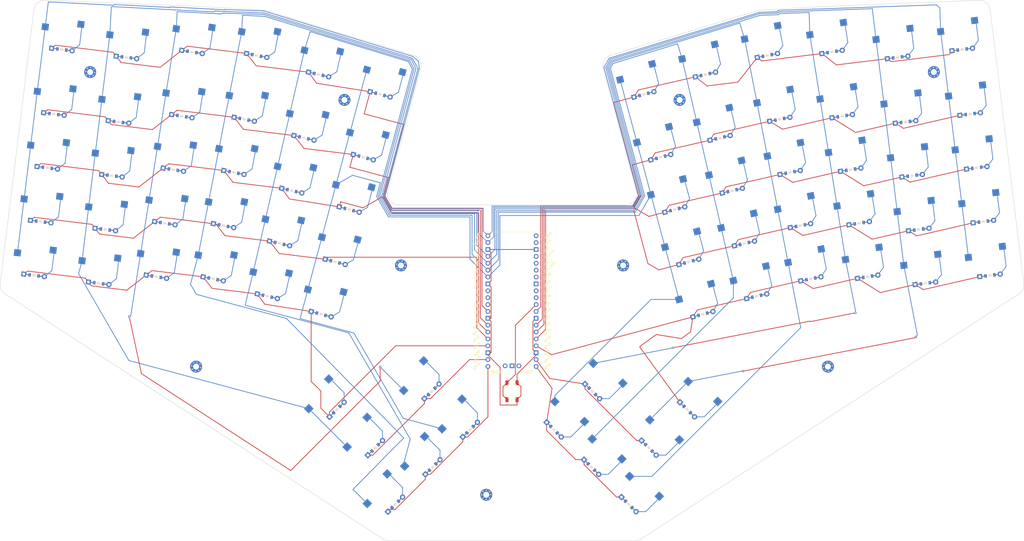
<source format=kicad_pcb>
(kicad_pcb (version 20240108) (generator "pcbnew") (generator_version "8.0")
  (title_block (title "gundamBowtie") (rev "v1.0.0") (company "Unknown"))
  (layers (0 "F.Cu" signal) (31 "B.Cu" signal) (34 "B.Paste" user) (35 "F.Paste" user) (36 "B.SilkS" user "B.Silkscreen") (37 "F.SilkS" user "F.Silkscreen") (38 "B.Mask" user) (39 "F.Mask" user) (44 "Edge.Cuts" user))
  (net 0 "")
  (net 1 "GP0")
  (net 2 "mods_bottom")
  (net 3 "mods_home")
  (net 4 "mods_top")
  (net 5 "mods_number")
  (net 6 "mods_function")
  (net 7 "GP1")
  (net 8 "pinky_bottom")
  (net 9 "pinky_home")
  (net 10 "pinky_top")
  (net 11 "pinky_number")
  (net 12 "pinky_function")
  (net 13 "GP2")
  (net 14 "ring_bottom")
  (net 15 "ring_home")
  (net 16 "ring_top")
  (net 17 "ring_number")
  (net 18 "ring_function")
  (net 19 "GP3")
  (net 20 "middle_bottom")
  (net 21 "middle_home")
  (net 22 "middle_top")
  (net 23 "middle_number")
  (net 24 "middle_function")
  (net 25 "GP4")
  (net 26 "index_bottom")
  (net 27 "index_home")
  (net 28 "index_top")
  (net 29 "index_number")
  (net 30 "index_function")
  (net 31 "GP5")
  (net 32 "inner_bottom")
  (net 33 "inner_home")
  (net 34 "inner_top")
  (net 35 "inner_number")
  (net 36 "inner_function")
  (net 37 "left_middle")
  (net 38 "left_top")
  (net 39 "right_middle")
  (net 40 "keysNextToBig_bottom")
  (net 41 "keysNextToBigPart2_bottom")
  (net 42 "keysNextToBigPart3_bottom")
  (net 43 "mirror_mods_bottom")
  (net 44 "mirror_mods_home")
  (net 45 "mirror_mods_top")
  (net 46 "mirror_mods_number")
  (net 47 "mirror_mods_function")
  (net 48 "mirror_pinky_bottom")
  (net 49 "mirror_pinky_home")
  (net 50 "mirror_pinky_top")
  (net 51 "mirror_pinky_number")
  (net 52 "mirror_pinky_function")
  (net 53 "mirror_ring_bottom")
  (net 54 "mirror_ring_home")
  (net 55 "mirror_ring_top")
  (net 56 "mirror_ring_number")
  (net 57 "mirror_ring_function")
  (net 58 "mirror_middle_bottom")
  (net 59 "mirror_middle_home")
  (net 60 "mirror_middle_top")
  (net 61 "mirror_middle_number")
  (net 62 "mirror_middle_function")
  (net 63 "mirror_index_bottom")
  (net 64 "mirror_index_home")
  (net 65 "mirror_index_top")
  (net 66 "mirror_index_number")
  (net 67 "mirror_index_function")
  (net 68 "mirror_inner_bottom")
  (net 69 "mirror_inner_home")
  (net 70 "mirror_inner_top")
  (net 71 "mirror_inner_number")
  (net 72 "mirror_inner_function")
  (net 73 "mirror_left_middle")
  (net 74 "mirror_left_top")
  (net 75 "mirror_right_middle")
  (net 76 "mirror_keysNextToBig_bottom")
  (net 77 "mirror_keysNextToBigPart2_bottom")
  (net 78 "mirror_keysNextToBigPart3_bottom")
  (net 79 "GP13")
  (net 80 "GP12")
  (net 81 "GP11")
  (net 82 "GP10")
  (net 83 "GP9")
  (net 84 "GP14")
  (net 85 "GP15")
  (net 86 "GP18")
  (net 87 "GP19")
  (net 88 "GP20")
  (net 89 "GP21")
  (net 90 "GP22")
  (net 91 "GP17")
  (net 92 "GP16")
  (net 93 "GP6")
  (net 94 "GP7")
  (net 95 "GP8")
  (net 96 "GP26")
  (net 97 "GP27")
  (net 98 "GP28")
  (net 99 "RUN")
  (net 100 "ADC_VREF")
  (net 101 "3V3")
  (net 102 "3V3_EN")
  (net 103 "VSYS")
  (net 104 "VBUS")
  (net 105 "GND")
  (net 106 "AGND")
  (footprint "E73:SW_TACT_ALPS_SKQGABE010" (layer "F.Cu") (at 207.919141 188.588067 -90)
    (property "Reference" "B1" (hide yes))
    (property "Value" "" (hide yes))
  )
  (footprint "ComboDiode" (layer "F.Cu") (at 164.877521 230.363907 45)
    (property "Reference" "D34" (hide yes))
    (property "Value" "" (hide yes))
  )
  (footprint "MX" (layer "F.Cu") (at 317.159427 142.204366 11)
    (property "Reference" "S52" (hide yes))
    (property "Value" "" (hide yes))
  )
  (footprint "MX" (layer "F.Cu") (at 255.269596 74.20036 15)
    (property "Reference" "S66" (hide yes))
    (property "Value" "" (hide yes))
  )
  (footprint "ComboDiode" (layer "F.Cu") (at 237.172216 216.57534 -45)
    (property "Reference" "D71" (hide yes))
    (property "Value" "" (hide yes))
  )
  (footprint "ComboDiode" (layer "F.Cu") (at 60.358933 109.052786 -7)
    (property "Reference" "D8" (hide yes))
    (property "Value" "" (hide yes))
  )
  (footprint "ComboDiode" (layer "F.Cu") (at 79.89282 126.573107 -9)
    (property "Reference" "D12" (hide yes))
    (property "Value" "" (hide yes))
  )
  (footprint "MX" (layer "F.Cu") (at 80.674998 121.634635 -9)
    (property "Reference" "S12" (hide yes))
    (property "Value" "" (hide yes))
  )
  (footprint "ComboDiode" (layer "F.Cu") (at 105.3572 107.847401 -11)
    (property "Reference" "D18" (hide yes))
    (property "Value" "" (hide yes))
  )
  (footprint "ComboDiode" (layer "F.Cu") (at 306.664936 88.214839 11)
    (property "Reference" "D55" (hide yes))
    (property "Value" "" (hide yes))
  )
  (footprint "MX" (layer "F.Cu") (at 144.004273 136.019571 -15)
    (property "Reference" "S27" (hide yes))
    (property "Value" "" (hide yes))
  )
  (footprint "RPi_Pico_SMD_TH" (layer "F.Cu") (at 207.919146 155.338109)
    (property "Reference" "_1" (hide yes))
    (property "Value" "RPi_Pico_SMD_TH")
  )
  (footprint "MX" (layer "F.Cu") (at 349.507786 60.418005 7)
    (property "Reference" "S46" (hide yes))
    (property "Value" "" (hide yes))
  )
  (footprint "MX" (layer "F.Cu") (at 149.180665 116.70106 -15)
    (property "Reference" "S28" (hide yes))
    (property "Value" "" (hide yes))
  )
  (footprint "MX" (layer "F.Cu") (at 34.70979 121.016146 -7)
    (property "Reference" "S2" (hide yes))
    (property "Value" "" (hide yes))
  )
  (footprint "ComboDiode" (layer "F.Cu") (at 147.886547 121.530685 -15)
    (property "Reference" "D28" (hide yes))
    (property "Value" "" (hide yes))
  )
  (footprint "ComboDiode" (layer "F.Cu") (at 379.300445 106.127945 7)
    (property "Reference" "D39" (hide yes))
    (property "Value" "" (hide yes))
  )
  (footprint "MX" (layer "F.Cu") (at 77.546335 141.388454 -9)
    (property "Reference" "S11" (hide yes))
    (property "Value" "" (hide yes))
  )
  (footprint "ComboDiode" (layer "F.Cu") (at 38.9752 86.277002 -7)
    (property "Reference" "D4" (hide yes))
    (property "Value" "" (hide yes))
  )
  (footprint "MX" (layer "F.Cu") (at 338.291982 141.388412 9)
    (property "Reference" "S47" (hide yes))
    (property "Value" "" (hide yes))
  )
  (footprint "MX" (layer "F.Cu") (at 352.432642 84.239138 7)
    (property "Reference" "S45" (hide yes))
    (property "Value" "" (hide yes))
  )
  (footprint "ComboDiode" (layer "F.Cu") (at 192.454724 202.786771 45)
    (property "Reference" "D36" (hide yes))
    (property "Value" "" (hide yes))
  )
  (footprint "ComboDiode" (layer "F.Cu") (at 293.64803 134.049845 13)
    (property "Reference" "D58" (hide yes))
    (property "Value" "" (hide yes))
  )
  (footprint "ComboDiode" (layer "F.Cu") (at 65.721198 65.38074 -7)
    (property "Reference" "D10" (hide yes))
    (property "Value" "" (hide yes))
  )
  (footprint "MX" (layer "F.Cu") (at 226.919154 199.251243 -45)
    (property "Reference" "S72" (hide yes))
    (property "Value" "" (hide yes))
  )
  (footprint "MX" (layer "F.Cu") (at 160.568698 74.200305 -15)
    (property "Reference" "S30" (hide yes))
    (property "Value" "" (hide yes))
  )
  (footprint "MX" (layer "F.Cu") (at 58.53092 123.940948 -7)
    (property "Reference" "S7" (hide yes))
    (property "Value" "" (hide yes))
  )
  (footprint "ComboDiode" (layer "F.Cu") (at 373.938206 62.455888 7)
    (property "Reference" "D41" (hide yes))
    (property "Value" "" (hide yes))
  )
  (footprint "MX" (layer "F.Cu") (at 90.686789 58.422601 -9)
    (property "Reference" "S15" (hide yes))
    (property "Value" "" (hide yes))
  )
  (footprint "MX" (layer "F.Cu") (at 288.024232 109.690581 13)
    (property "Reference" "S59" (hide yes))
    (property "Value" "" (hide yes))
  )
  (footprint "ComboDiode" (layer "F.Cu") (at 360.354106 148.754628 7)
    (property "Reference" "D42" (hide yes))
    (property "Value" "" (hide yes))
  )
  (footprint "MX" (layer "F.Cu") (at 98.678845 142.20436 -11)
    (property "Reference" "S16" (hide yes))
    (property "Value" "" (hide yes))
  )
  (footprint "ComboDiode" (layer "F.Cu") (at 34.100433 125.978849 -7)
    (property "Reference" "D2" (hide yes))
    (property "Value" "" (hide yes))
  )
  (footprint "ComboDiode" (layer "F.Cu") (at 318.113482 147.112468 11)
    (property "Reference" "D52" (hide yes))
    (property "Value" "" (hide yes))
  )
  (footprint "ComboDiode" (layer "F.Cu") (at 272.527532 195.362139 -45)
    (property "Reference" "D68" (hide yes))
    (property "Value" "" (hide yes))
  )
  (footprint "MX" (layer "F.Cu") (at 139.775237 191.8266 45)
    (property "Reference" "S32" (hide yes))
    (property "Value" "" (hide yes))
  )
  (footprint "ComboDiode" (layer "F.Cu") (at 159.274582 79.029984 -15)
    (property "Reference" "D30" (hide yes))
    (property "Value" "" (hide yes))
  )
  (footprint "ComboDiode" (layer "F.Cu") (at 376.863094 86.276982 7)
    (property "Reference" "D40" (hide yes))
    (property "Value" "" (hide yes))
  )
  (footprint "ComboDiode" (layer "F.Cu") (at 357.916744 128.903737 7)
    (property "Reference" "D43" (hide yes))
    (property "Value" "" (hide yes))
  )
  (footprint "ComboDiode" (layer "F.Cu") (at 31.66304 145.829746 -7)
    (property "Reference" "D1" (hide yes))
    (property "Value" "" (hide yes))
  )
  (footprint "MX" (layer "F.Cu") (at 313.343261 122.571815 11)
    (property "Reference" "S53" (hide yes))
    (property "Value" "" (hide yes))
  )
  (footprint "MountingHole_2.2mm_M2_Pad_Via" (layer "F.Cu") (at 363.47632 70.793017 7)
    (property "Reference" "_3" (hide yes))
    (property "Value" "")
  )
  (footprint "MX" (layer "F.Cu") (at 325.151496 58.422637 9)
    (property "Reference" "S51" (hide yes))
    (property "Value" "" (hide yes))
  )
  (footprint "MX" (layer "F.Cu") (at 137.711956 66.81829 -13)
    (property "Reference" "S25" (hide yes))
    (property "Value" "" (hide yes))
  )
  (footprint "ComboDiode" (layer "F.Cu") (at 353.041968 89.201842 7)
    (property "Reference" "D45" (hide yes))
    (property "Value" "" (hide yes))
  )
  (footprint "MountingHole_2.2mm_M2_Pad_Via" (layer "F.Cu") (at 166.944964 142.16656 -15)
    (property "Reference" "_8" (hide yes))
    (property "Value" "")
  )
  (footprint "MX" (layer "F.Cu") (at 261.920952 205.96874 -45)
    (property "Reference" "S67" (hide yes))
    (property "Value" "" (hide yes))
  )
  (footprint "ComboDiode" (layer "F.Cu") (at 381.73787 125.978842 7)
    (property "Reference" "D38" (hide yes))
    (property "Value" "" (hide yes))
  )
  (footprint "MX" (layer "F.Cu") (at 123.315013 129.178002 -13)
    (property "Reference" "S22" (hide yes))
    (property "Value" "" (hide yes))
  )
  (footprint "ComboDiode" (layer "F.Cu") (at 325.933663 63.36102 9)
    (property "Reference" "D51" (hide yes))
    (property "Value" "" (hide yes))
  )
  (footprint "ComboDiode" (layer "F.Cu") (at 273.128144 140.849204 15)
    (property "Reference" "D63" (hide yes))
    (property "Value" "" (hide yes))
  )
  (footprint "MX" (layer "F.Cu") (at 301.131496 59.747684 11)
    (property "Reference" "S56" (hide yes))
    (property "Value" "" (hide yes))
  )
  (footprint "ComboDiode" (layer "F.Cu") (at 122.190299 134.049842 -13)
    (property "Reference" "D22" (hide yes))
    (property "Value" "" (hide yes))
  )
  (footprint "MX" (layer "F.Cu") (at 127.814056 109.690607 -13)
    (property "Reference" "S23" (hide yes))
    (property "Value" "" (hide yes))
  )
  (footprint "MX" (layer "F.Cu") (at 328.905931 82.127154 9)
    (property "Reference" "S50" (hide yes))
    (property "Value" "" (hide yes))
  )
  (footprint "MX" (layer "F.Cu") (at 309.527068 102.939217 11)
    (property "Reference" "S54" (hide yes))
    (property "Value" "" (hide yes))
  )
  (footprint "MX" (layer "F.Cu") (at 271.83404 136.019555 15)
    (property "Reference" "S63" (hide yes))
    (property "Value" "" (hide yes))
  )
  (footprint "ComboDiode" (layer "F.Cu") (at 284.649974 95.075038 13)
    (property "Reference" "D60" (hide yes))
    (property "Value" "" (hide yes))
  )
  (footprint "ComboDiode" (layer "F.Cu") (at 237.525775 188.64462 -45)
    (property "Reference" "D69" (hide yes))
    (property "Value" "" (hide yes))
  )
  (footprint "MX" (layer "F.Cu") (at 277.010416 155.338092 15)
    (property "Reference" "S62" (hide yes))
    (property "Value" "" (hide yes))
  )
  (footprint "ComboDiode" (layer "F.Cu") (at 153.062888 102.212176 -15)
    (property "Reference" "D29" (hide yes))
    (property "Value" "" (hide yes))
  )
  (footprint "MX" (layer "F.Cu") (at 297.022264 148.665407 13)
    (property "Reference" "S57" (hide yes))
    (property "Value" "" (hide yes))
  )
  (footprint "ComboDiode" (layer "F.Cu") (at 258.385391 209.504299 -45)
    (property "Reference" "D67" (hide yes))
    (property "Value" "" (hide yes))
  )
  (footprint "MX" (layer "F.Cu") (at 359.744759 143.791897 7)
    (property "Reference" "S42" (hide yes))
    (property "Value" "" (hide yes))
  )
  (footprint "MX" (layer "F.Cu") (at 241.061256 185.109116 -45)
    (property "Reference" "S69" (hide yes))
    (property "Value" "" (hide yes))
  )
  (footprint "MX" (layer "F.Cu") (at 357.307392 123.94094 7)
    (property "Reference" "S43" (hide yes))
    (property "Value" "" (hide yes))
  )
  (footprint "MX" (layer "F.Cu") (at 42.509422 57.493164 -7)
    (property "Reference" "S5" (hide yes))
    (property "Value" "" (hide yes))
  )
  (footprint "MX" (layer "F.Cu") (at 292.523226 129.178006 13)
    (property "Reference" "S58" (hide yes))
    (property "Value" "" (hide yes))
  )
  (footprint "ComboDiode" (layer "F.Cu") (at 157.452872 209.504287 45)
    (property "Reference" "D31" (hide yes))
    (property "Value" "" (hide yes))
  )
  (footprint "ComboDiode" (layer "F.Cu") (at 142.710189 140.849238 -15)
    (property "Reference" "D27" (hide yes))
    (property "Value" "" (hide yes))
  )
  (footprint "MX" (layer "F.Cu") (at 154.357023 97.382536 -15)
    (property "Reference" "S29" (hide yes))
    (property "Value" "" (hide yes))
  )
  (footprint "MX" (layer "F.Cu") (at 332.034592 101.880926 9)
    (property "Reference" "S49" (hide yes))
    (property "Value" "" (hide yes))
  )
  (footprint "MountingHole_2.2mm_M2_Pad_Via" (layer "F.Cu") (at 146.120307 81.075233 -13)
    (property "Reference" "_4" (hide yes))
    (property "Value" "")
  )
  (footprint "MountingHole_2.2mm_M2_Pad_Via" (layer "F.Cu") (at 248.893266 142.16655 15)
    (property "Reference" "_9" (hide yes))
    (property "Value" "")
  )
  (footprint "ComboDiode" (layer "F.Cu") (at 279.251157 71.690189 13)
    (property "Reference" "D61" (hide yes))
    (property "Value" "" (hide yes))
  )
  (footprint "MX" (layer "F.Cu") (at 110.127408 83.306707 -11)
    (property "Reference" "S19" (hide yes))
    (property "Value" "" (hide yes))
  )
  (footprint "ComboDiode" (layer "F.Cu") (at 76.764145 146.326857 -9)
    (property "Reference" "D11" (hide yes))
    (property "Value" "" (hide yes))
  )
  (footprint "MX" (layer "F.Cu") (at 175.130539 213.03983 45)
    (property "Reference" "S35" (hide yes))
    (property "Value" "" (hide yes))
  )
  (footprint "ComboDiode" (layer "F.Cu") (at 223.383597 202.786771 -45)
    (property "Reference" "D72" (hide yes))
    (property "Value" "" (hide yes))
  )
  (footprint "MX" (layer "F.Cu") (at 381.128488 121.016105 7)
    (property "Reference" "S38" (hide yes))
    (property "Value" "" (hide yes))
  )
  (footprint "ComboDiode" (layer "F.Cu") (at 384.175233 145.82976 7)
    (property "Reference" "D37" (hide yes))
    (property "Value" "" (hide yes))
  )
  (footprint "MX" (layer "F.Cu") (at 132.313088 90.2032 -13)
    (property "Reference" "S24" (hide yes))
    (property "Value" "" (hide yes))
  )
  (footprint "MX" (layer "F.Cu") (at 378.691146 101.165203 7)
    (property "Reference" "S39" (hide yes))
    (property "Value" "" (hide yes))
  )
  (footprint "MX" (layer "F.Cu") (at 261.481225 97.382555 15)
    (property "Reference" "S65" (hide yes))
    (property "Value" "" (hide yes))
  )
  (footprint "ComboDiode" (layer "F.Cu") (at 278.304485 160.167738 15)
    (property "Reference" "D62" (hide yes))
    (property "Value" "" (hide yes))
  )
  (footprint "ComboDiode" (layer "F.Cu") (at 332.816778 106.819324 9)
    (property "Reference" "D49" (hide yes))
    (property "Value" "" (hide yes))
  )
  (footprint "ComboDiode" (layer "F.Cu") (at 89.904666 63.361058 -9)
    (property "Reference" "D15" (hide yes))
    (property "Value" "" (hide yes))
  )
  (footprint "MX" (layer "F.Cu") (at 161.34197 226.828395 45)
    (property "Reference" "S34" (hide yes))
    (property "Value" "" (hide yes))
  )
  (footprint "MX" (layer "F.Cu") (at 56.093513 143.791936 -7)
    (property "Reference" "S6" (hide yes))
    (property "Value" "" (hide yes))
  )
  (footprint "MountingHole_2.2mm_M2_Pad_Via" (layer "F.Cu") (at 91.428125 179.506147 -11)
    (property "Reference" "_6" (hide yes))
    (property "Value" "")
  )
  (footprint "MX" (layer "F.Cu") (at 37.147165 101.165195 -7)
    (property "Reference" "S3" (hide yes))
    (property "Value" "" (hide yes))
  )
  (footprint "MountingHole_2.2mm_M2_Pad_Via" (layer "F.Cu") (at 52.362016 70.793023 -7)
    (property "Reference" "_2" (hide yes))
    (property "Value" "")
  )
  (footprint "MX" (layer "F.Cu") (at 66.330545 60.418019 -7)
    (property "Reference" "S10" (hide yes))
    (property "Value" "" (hide yes))
  )
  (footprint "ComboDiode" (layer "F.Cu") (at 97.724821 147.1125 -11)
    (property "Reference" "D16" (hide yes))
    (property "Value" "" (hide yes))
  )
  (footprint "MX" (layer "F.Cu") (at 376.253741 81.314246 7)
    (property "Reference" "S40" (hide yes))
    (property "Value" "" (hide yes))
  )
  (footprint "ComboDiode" (layer "F.Cu") (at 335.945464 126.573109 9)
    (property "Reference" "D48" (hide yes))
    (property "Value" "" (hide yes))
  )
  (footprint "ComboDiode" (layer "F.Cu") (at 256.563742 79.02998 15)
    (property "Reference" "D66" (hide yes))
    (property "Value" "" (hide yes))
  )
  (footprint "MX" (layer "F.Cu") (at 102.495014 122.571775 -11)
    (property "Reference" "S17" (hide yes))
    (property "Value" "" (hide yes))
  )
  (footprint "MX" (layer "F.Cu") (at 86.932373 82.127103 -9)
    (property "Reference" "S14" (hide yes))
    (property "Value" "" (hide yes))
  )
  (footprint "MX" (layer "F.Cu") (at 83.803728 101.880895 -9)
    (property "Reference" "S13" (hide yes))
    (property "Value" "" (hide yes))
  )
  (footprint "ComboDiode" (layer "F.Cu") (at 289.149017 114.562444 13)
    (property "Reference" "D59" (hide yes))
    (property "Value" "" (hide yes))
  )
  (footprint "MX" (layer "F.Cu") (at 114.70682 59.747658 -11)
    (property "Reference" "S20" (hide yes))
    (property "Value" "" (hide yes))
  )
  (footprint "ComboDiode" (layer "F.Cu") (at 302.085538 64.655783 11)
    (property "Reference" "D56" (hide yes))
    (property "Value" "" (hide yes))
  )
  (footprint "MX" (layer "F.Cu") (at 240.707742 213.039808 -45)
    (property "Reference" "S71" (hide yes))
    (property "Value" "" (hide yes))
  )
  (footprint "MX" (layer "F.Cu") (at 188.919133 199.251228 45)
    (property "Reference" "S36" (hide yes))
    (property "Value" "" (hide yes))
  )
  (footprint "ComboDiode" (layer "F.Cu") (at 310.481114 107.847373 11)
    (property "Reference" "D54" (hide yes))
    (property "Value" "" (hide yes))
  )
  (footprint "ComboDiode" (layer "F.Cu") (at 178.312526 188.644611 45)
    (property "Reference" "D33" (hide yes))
    (property "Value" "" (hide yes))
  )
  (footprint "MX" (layer "F.Cu") (at 278.126422 66.818297 13)
    (property "Reference" "S61" (hide yes))
    (property "Value" "" (hide yes))
  )
  (footprint "ComboDiode" (layer "F.Cu") (at 126.689319 114.562438 -13)
    (property "Reference" "D23" (hide yes))
    (property "Value" "" (hide yes))
  )
  (footprint "MX" (layer "F.Cu") (at 174.777006 185.109111 45)
    (property "Reference" "S33" (hide yes))
    (property "Value" "" (hide yes))
  )
  (footprint "ComboDiode" (layer "F.Cu") (at 101.541032 127.479937 -11)
    (property "Reference" "D17" (hide yes))
    (property "Value" "" (hide yes))
  )
  (footprint "MX" (layer "F.Cu") (at 276.063065 191.826623 -45)
    (property "Reference" "S68" (hide yes))
    (property "Value" "" (hide yes))
  )
  (footprint "ComboDiode" (layer "F.Cu") (at 137.533803 160.16774 -15)
    (property "Reference" "D26" (hide yes))
    (property "Value" "" (hide yes))
  )
  (footprint "MX" (layer "F.Cu") (at 305.710883 83.306723 11)
    (property "Reference" "S55" (hide yes))
    (property "Value" "" (hide yes))
  )
  (footprint "ComboDiode" (layer "F.Cu") (at 329.688098 87.065601 9)
    (property "Reference" "D50" (hide yes))
    (property "Value" "" (hide yes))
  )
  (footprint "ComboDiode" (layer "F.Cu") (at 314.297252 127.479928 11)
    (property "Reference" "D53" (hide yes))
    (property "Value" "" (hide yes))
  )
  (footprint "MX" (layer "F.Cu") (at 354.870038 104.090061 7)
    (property "Reference" "S44" (hide yes))
    (property "Value" "" (hide yes))
  )
  (footprint "ComboDiode" (layer "F.Cu") (at 143.310753 195.362141 45)
    (property "Reference" "D32" (hide yes))
    (property "Value" "" (hide yes))
  )
  (footprint "ComboDiode" (layer "F.Cu") (at 267.951712 121.530657 15)
    (property "Reference" "D64" (hide yes))
    (property "Value" "" (hide yes))
  )
  (footprint "ComboDiode" (layer "F.Cu") (at 298.147021 153.537213 13)
    (property "Reference" "D57" (hide yes))
    (property "Value" "" (hide yes))
  )
  (footprint "ComboDiode" (layer "F.Cu") (at 83.021516 106.819359 -9)
    (property "Reference" "D13" (hide yes))
    (property "Value" "" (hide yes))
  )
  (footprint "ComboDiode" (layer "F.Cu") (at 355.479378 109.052785 7)
    (property "Reference" "D44" (hide yes))
    (property "Value" "" (hide yes))
  )
  (footprint "ComboDiode" (layer "F.Cu") (at 136.587141 71.690154 -13)
    (property "Reference" "D25" (hide yes))
    (property "Value" "" (hide yes))
  )
  (footprint "MX" (layer "F.Cu") (at 254.496322 226.828396 -45)
    (property "Reference" "S70" (hide yes))
    (property "Value" "" (hide yes))
  )
  (footprint "MX" (layer "F.Cu") (at 138.827918 155.338086 -15)
    (property "Reference" "S26" (hide yes))
    (property "Value" "" (hide yes))
  )
  (footprint "MX" (layer "F.Cu") (at 266.657652 116.701063 15)
    (property "Reference" "S64" (hide yes))
    (property "Value" "" (hide yes))
  )
  (footprint "MountingHole_2.2mm_M2_Pad_Via" (layer "F.Cu") (at 269.717991 81.075208 13)
    (property "Reference" "_5" (hide yes))
    (property "Value" "")
  )
  (footprint "ComboDiode" (layer "F.Cu") (at 178.66611 216.575321 45)
    (property "Reference" "D35" (hide yes))
    (property "Value" "" (hide yes))
  )
  (footprint "ComboDiode" (layer "F.Cu") (at 57.921542 128.903713 -7)
    (property "Reference" "D7" (hide yes))
    (property "Value" "" (hide yes))
  )
  (footprint "MX" (layer "F.Cu") (at 39.584585 81.314275 -7)
    (property "Reference" "S4" (hide yes))
    (property "Value" "" (hide yes))
  )
  (footprint "MX" (layer "F.Cu") (at 153.917373 205.968768 45)
    (property "Reference" "S31" (hide yes))
    (property "Value" "" (hide yes))
  )
  (footprint "ComboDiode" (layer "F.Cu") (at 62.796308 89.201884 -7)
    (property "Reference" "D9" (hide yes))
    (property "Value" "" (hide yes))
  )
  (footprint "MountingHole_2.2mm_M2_Pad_Via" (layer "F.Cu") (at 324.410182 179.506149 11)
    (property "Reference" "_7" (hide yes))
    (property "Value" "")
  )
  (footprint "MX" (layer "F.Cu") (at 60.968255 104.090084 -7)
    (property "Reference" "S8" (hide yes))
    (property "Value" "" (hide yes))
  )
  (footprint "ComboDiode" (layer "F.Cu") (at 350.117083 65.380772 7)
    (property "Reference" "D46" (hide yes))
    (property "Value" "" (hide yes))
  )
  (footprint "MX" (layer "F.Cu") (at 283.525216 90.203194 13)
    (property "Reference" "S60" (hide yes))
    (property "Value" "" (hide yes))
  )
  (footprint "ComboDiode" (layer "F.Cu") (at 41.900061 62.455882 -7)
    (property "Reference" "D5" (hide yes))
    (property "Value" "" (hide yes))
  )
  (footprint "ComboDiode" (layer "F.Cu") (at 55.484146 148.754642 -7)
    (property "Reference" "D6" (hide yes))
    (property "Value" "" (hide yes))
  )
  (footprint "MX" (layer "F.Cu") (at 106.311234 102.939226 -11)
    (property "Reference" "S18" (hide yes))
    (property "Value" "" (hide yes))
  )
  (footprint "ComboDiode" (layer "F.Cu") (at 339.074146 146.326875 9)
    (property "Reference" "D47" (hide yes))
    (property "Value" "" (hide yes))
  )
  (footprint "MX" (layer "F.Cu") (at 383.565882 140.867028 7)
    (property "Reference" "S37" (hide yes))
    (property "Value" "" (hide yes))
  )
  (footprint "MX" (layer "F.Cu") (at 32.272441 140.867046 -7)
    (property "Reference" "S1" (hide yes))
    (property "Value" "" (hide yes))
  )
  (footprint "ComboDiode" (layer "F.Cu") (at 36.537839 106.127944 -7)
    (property "Reference" "D3" (hide yes))
    (property "Value" "" (hide yes))
  )
  (footprint "ComboDiode" (layer "F.Cu") (at 86.150233 87.065585 -9)
    (property "Reference" "D14" (hide yes))
    (property "Value" "" (hide yes))
  )
  (footprint "ComboDiode" (layer "F.Cu") (at 250.960769 230.36392 -45)
    (property "Reference" "D70" (hide yes))
    (property "Value" "" (hide yes))
  )
  (footprint "ComboDiode" (layer "F.Cu") (at 131.18832 95.07504 -13)
    (property "Reference" "D24" (hide yes))
    (property "Value" "" (hide yes))
  )
  (footprint "ComboDiode" (layer "F.Cu") (at 117.691215 153.537225 -13)
    (property "Reference" "D21" (hide yes))
    (property "Value" "" (hide yes))
  )
  (footprint "ComboDiode" (layer "F.Cu") (at 113.752793 64.655774 -11)
    (property "Reference" "D20" (hide yes))
    (property "Value" "" (hide yes))
  )
  (footprint "MX" (layer "F.Cu") (at 373.328877 57.49315 7)
    (property "Reference" "S41" (hide yes))
    (property "Value" "" (hide yes))
  )
  (footprint "MountingHole_2.2mm_M2_Pad_Via" (layer "F.Cu") (at 198.41913 226.828433)
    (property "Reference" "_10" (hide yes))
    (property "Value" "")
  )
  (footprint "ComboDiode" (layer "F.Cu") (at 262.775316 102.212185 15)
    (property "Reference" "D65" (hide yes))
    (property "Value" "" (hide yes))
  )
  (footprint "MX" (layer "F.Cu") (at 118.816009 148.665404 -13)
    (property "Reference" "S21" (hide yes))
    (property "Value" "" (hide yes))
  )
  (footprint "MX" (layer "F.Cu") (at 63.405662 84.239137 -7)
    (property "Reference" "S9" (hide yes))
    (property "Value" "" (hide yes))
  )
  (footprint "ComboDiode" (layer "F.Cu") (at 109.173376 88.214821 -11)
    (property "Reference" "D19" (hide yes))
    (property "Value" "" (hide yes))
  )
  (footprint "MX" (layer "F.Cu") (at 335.163304 121.634651 9)
    (property "Reference" "S48" (hide yes))
    (property "Value" "" (hide yes))
  )
  (gr_line (start 92.530725 46.569009) (end 35.744162 44.26933) (stroke (width 0.15)) (layer "Edge.Cuts"))
  (gr_line (start 298.381474 48.108822) (end 275.430247 55.124847) (stroke (width 0.15)) (layer "Edge.Cuts"))
  (gr_line (start 162.120967 114.771598) (end 174.264099 69.452702) (stroke (width 0.15)) (layer "Edge.Cuts"))
  (gr_arc (start 171.563169 64.590189) (mid 173.897197 66.475129) (end 174.264099 69.452702) (stroke (width 0.15)) (layer "Edge.Cuts"))
  (gr_line (start 31.612077 47.778575) (end 19.204063 148.834043) (stroke (width 0.15)) (layer "Edge.Cuts"))
  (gr_line (start 116.515956 47.940622) (end 92.597321 46.572263) (stroke (width 0.15)) (layer "Edge.Cuts"))
  (gr_arc (start 298.381452 48.108819) (mid 298.846855 47.996512) (end 299.322344 47.940646) (stroke (width 0.15)) (layer "Edge.Cuts"))
  (gr_line (start 20.99603 152.676451) (end 160.348387 243.153831) (stroke (width 0.15)) (layer "Edge.Cuts"))
  (gr_line (start 241.57418 69.452731) (end 253.717349 114.771645) (stroke (width 0.15)) (layer "Edge.Cuts"))
  (gr_arc (start 396.634242 148.834051) (mid 396.289219 151.012188) (end 394.842268 152.676402) (stroke (width 0.15)) (layer "Edge.Cuts"))
  (gr_line (start 380.094134 44.269328) (end 323.30757 46.568994) (stroke (width 0.15)) (layer "Edge.Cuts"))
  (gr_arc (start 92.530725 46.569009) (mid 92.56403 46.570496) (end 92.597321 46.572263) (stroke (width 0.15)) (layer "Edge.Cuts"))
  (gr_line (start 323.24095 46.572248) (end 299.322344 47.940646) (stroke (width 0.15)) (layer "Edge.Cuts"))
  (gr_arc (start 162.526613 243.798941) (mid 161.390741 243.634271) (end 160.348387 243.153831) (stroke (width 0.15)) (layer "Edge.Cuts"))
  (gr_line (start 162.526613 243.798941) (end 253.311668 243.79896) (stroke (width 0.15)) (layer "Edge.Cuts"))
  (gr_arc (start 31.612127 47.778589) (mid 32.992992 45.217215) (end 35.744162 44.269331) (stroke (width 0.15)) (layer "Edge.Cuts"))
  (gr_line (start 140.408049 55.124842) (end 117.45685 48.108858) (stroke (width 0.15)) (layer "Edge.Cuts"))
  (gr_line (start 275.423668 55.126845) (end 244.275103 64.590211) (stroke (width 0.15)) (layer "Edge.Cuts"))
  (gr_arc (start 241.57418 69.452731) (mid 241.941098 66.475141) (end 244.275103 64.590211) (stroke (width 0.15)) (layer "Edge.Cuts"))
  (gr_arc (start 20.996012 152.676452) (mid 19.549031 151.012198) (end 19.204063 148.834043) (stroke (width 0.15)) (layer "Edge.Cuts"))
  (gr_arc (start 116.515956 47.940622) (mid 116.99145 47.996518) (end 117.45685 48.108858) (stroke (width 0.15)) (layer "Edge.Cuts"))
  (gr_arc (start 165.984657 119.806877) (mid 162.81122 118.241926) (end 162.120967 114.771598) (stroke (width 0.15)) (layer "Edge.Cuts"))
  (gr_arc (start 255.489901 243.153883) (mid 254.447541 243.634303) (end 253.311668 243.79896) (stroke (width 0.15)) (layer "Edge.Cuts"))
  (gr_arc (start 253.717349 114.771645) (mid 253.027046 118.24196) (end 249.853634 119.806902) (stroke (width 0.15)) (layer "Edge.Cuts"))
  (gr_arc (start 380.094161 44.269331) (mid 382.845359 45.217189) (end 384.226185 47.77857) (stroke (width 0.15)) (layer "Edge.Cuts"))
  (gr_line (start 171.563169 64.590189) (end 140.414592 55.126879) (stroke (width 0.15)) (layer "Edge.Cuts"))
  (gr_line (start 396.634242 148.834051) (end 384.226185 47.77857) (stroke (width 0.15)) (layer "Edge.Cuts"))
  (gr_line (start 249.853634 119.806902) (end 165.984657 119.806877) (stroke (width 0.15)) (layer "Edge.Cuts"))
  (gr_arc (start 323.24095 46.572248) (mid 323.274253 46.570482) (end 323.30757 46.568994) (stroke (width 0.15)) (layer "Edge.Cuts"))
  (gr_line (start 255.489901 243.153883) (end 394.842268 152.676402) (stroke (width 0.15)) (layer "Edge.Cuts"))
  (segment (start 365.683039 47.127341) (end 365.987147 55.835519) (width 0.25) (layer "B.Cu") (net 1))
  (segment (start 173.459808 66.853274) (end 173.730452 69.428714) (width 0.25) (layer "B.Cu") (net 1))
  (segment (start 373.786753 119.358503) (end 373.786775 119.35851) (width 0.25) (layer "B.Cu") (net 1))
  (segment (start 81.621811 46.938631) (end 81.832004 46.749372) (width 0.25) (layer "B.Cu") (net 1))
  (segment (start 199.029156 131.20809) (end 200.590268 129.64695) (width 0.25) (layer "B.Cu") (net 1))
  (segment (start 116.346982 48.220828) (end 171.404128 65.053491) (width 0.25) (layer "B.Cu") (net 1))
  (segment (start 25.549786 137.482529) (end 24.792325 138.64889) (width 0.25) (layer "B.Cu") (net 1))
  (segment (start 306.083067 48.013309) (end 364.447482 45.975191) (width 0.25) (layer "B.Cu") (net 1))
  (segment (start 30.424553 97.780672) (end 32.861906 77.929733) (width 0.25) (layer "B.Cu") (net 1))
  (segment (start 36.947078 44.873013) (end 60.96043 46.131499) (width 0.25) (layer "B.Cu") (net 1))
  (segment (start 200.609045 120.246708) (end 252.321116 120.246703) (width 0.25) (layer "B.Cu") (net 1))
  (segment (start 32.861929 77.929759) (end 32.861928 77.929767) (width 0.25) (layer "B.Cu") (net 1))
  (segment (start 173.730452 69.428714) (end 161.062764 116.705119) (width 0.25) (layer "B.Cu") (net 1))
  (segment (start 60.96043 46.131499) (end 61.249768 45.870977) (width 0.25) (layer "B.Cu") (net 1))
  (segment (start 81.832004 46.749372) (end 101.917893 47.80203) (width 0.25) (layer "B.Cu") (net 1))
  (segment (start 243.740526 65.69173) (end 299.206207 48.734186) (width 0.25) (layer "B.Cu") (net 1))
  (segment (start 32.861906 77.929733) (end 32.861928 77.929767) (width 0.25) (layer "B.Cu") (net 1))
  (segment (start 27.987142 117.631612) (end 27.987129 117.631591) (width 0.25) (layer "B.Cu") (net 1))
  (segment (start 36.917988 44.895761) (end 36.947078 44.873013) (width 0.25) (layer "B.Cu") (net 1))
  (segment (start 171.404128 65.053491) (end 173.459808 66.853274) (width 0.25) (layer "B.Cu") (net 1))
  (segment (start 30.424553 97.780672) (end 27.987109 117.631595) (width 0.25) (layer "B.Cu") (net 1))
  (segment (start 376.224178 139.209415) (end 373.786753 119.358503) (width 0.25) (layer "B.Cu") (net 1))
  (segment (start 365.987177 55.835541) (end 365.987143 55.835512) (width 0.25) (layer "B.Cu") (net 1))
  (segment (start 27.987109 117.631595) (end 27.987129 117.631591) (width 0.25) (layer "B.Cu") (net 1))
  (segment (start 305.619674 48.510227) (end 306.083067 48.013309) (width 0.25) (layer "B.Cu") (net 1))
  (segment (start 364.447482 45.975191) (end 365.683039 47.127341) (width 0.25) (layer "B.Cu") (net 1))
  (segment (start 101.955725 47.718276) (end 102.00885 47.720131) (width 0.25) (layer "B.Cu") (net 1))
  (segment (start 102.00885 47.720131) (end 114.348181 48.15103) (width 0.25) (layer "B.Cu") (net 1))
  (segment (start 299.206207 48.734186) (end 305.619674 48.510227) (width 0.25) (layer "B.Cu") (net 1))
  (segment (start 197.314424 129.493358) (end 199.029156 131.20809) (width 0.25) (layer "B.Cu") (net 1))
  (segment (start 197.314428 121.025938) (end 197.314424 129.493358) (width 0.25) (layer "B.Cu") (net 1))
  (segment (start 35.786806 54.108633) (end 32.861929 77.929759) (width 0.25) (layer "B.Cu") (net 1))
  (segment (start 373.786775 119.35851) (end 371.349383 99.507566) (width 0.25) (layer "B.Cu") (net 1))
  (segment (start 241.813739 69.029) (end 243.740526 65.69173) (width 0.25) (layer "B.Cu") (net 1))
  (segment (start 200.590268 129.64695) (end 200.590276 120.265479) (width 0.25) (layer "B.Cu") (net 1))
  (segment (start 254.517954 116.44168) (end 241.813739 69.029) (width 0.25) (layer "B.Cu") (net 1))
  (segment (start 25.549769 137.482517) (end 27.987142 117.631612) (width 0.25) (layer "B.Cu") (net 1))
  (segment (start 114.348181 48.15103) (end 116.346982 48.220828) (width 0.25) (layer "B.Cu") (net 1))
  (segment (start 368.912013 79.656651) (end 365.987177 55.835541) (width 0.25) (layer "B.Cu") (net 1))
  (segment (start 163.557401 121.025908) (end 197.314428 121.025938) (width 0.25) (layer "B.Cu") (net 1))
  (segment (start 368.912013 79.656651) (end 371.349409 99.50756) (width 0.25) (layer "B.Cu") (net 1))
  (segment (start 200.590276 120.265479) (end 200.609045 120.246708) (width 0.25) (layer "B.Cu") (net 1))
  (segment (start 101.917893 47.80203) (end 102.00885 47.720131) (width 0.25) (layer "B.Cu") (net 1))
  (segment (start 252.321116 120.246703) (end 254.517954 116.44168) (width 0.25) (layer "B.Cu") (net 1))
  (segment (start 61.249768 45.870977) (end 81.621811 46.938631) (width 0.25) (layer "B.Cu") (net 1))
  (segment (start 371.349409 99.50756) (end 371.349383 99.507566) (width 0.25) (layer "B.Cu") (net 1))
  (segment (start 161.062764 116.705119) (end 163.557401 121.025908) (width 0.25) (layer "B.Cu") (net 1))
  (segment (start 35.786772 54.108675) (end 36.917988 44.895761) (width 0.25) (layer "B.Cu") (net 1))
  (segment (start 33.300748 146.030879) (end 35.444641 146.294093) (width 0.25) (layer "F.Cu") (net 2))
  (segment (start 35.444641 146.294093) (end 33.300748 146.030879) (width 0.25) (layer "B.Cu") (net 2))
  (segment (start 38.689955 136.536867) (end 39.09389 137.05385) (width 0.25) (layer "B.Cu") (net 2))
  (segment (start 39.09389 137.05385) (end 38.226142 144.120998) (width 0.25) (layer "B.Cu") (net 2))
  (segment (start 38.226142 144.120998) (end 35.444628 146.294088) (width 0.25) (layer "B.Cu") (net 2))
  (segment (start 37.882049 126.443152) (end 35.738142 126.179936) (width 0.25) (layer "F.Cu") (net 3))
  (segment (start 41.127326 116.685971) (end 41.531216 117.202938) (width 0.25) (layer "B.Cu") (net 3))
  (segment (start 41.531216 117.202938) (end 40.663479 124.270055) (width 0.25) (layer "B.Cu") (net 3))
  (segment (start 40.663479 124.270055) (end 37.882037 126.44313) (width 0.25) (layer "B.Cu") (net 3))
  (segment (start 35.738142 126.179936) (end 37.882049 126.443152) (width 0.25) (layer "B.Cu") (net 3))
  (segment (start 40.319426 106.592269) (end 38.175556 106.329001) (width 0.25) (layer "F.Cu") (net 4))
  (segment (start 43.564719 96.835003) (end 43.968641 97.35199) (width 0.25) (layer "B.Cu") (net 4))
  (segment (start 43.968641 97.35199) (end 43.100876 104.419147) (width 0.25) (layer "B.Cu") (net 4))
  (segment (start 43.100876 104.419147) (end 40.319417 106.592262) (width 0.25) (layer "B.Cu") (net 4))
  (segment (start 38.175556 106.329001) (end 40.319426 106.592269) (width 0.25) (layer "B.Cu") (net 4))
  (segment (start 42.75682 86.741323) (end 40.612897 86.478055) (width 0.25) (layer "F.Cu") (net 5))
  (segment (start 40.612897 86.478055) (end 42.75682 86.741323) (width 0.25) (layer "B.Cu") (net 5))
  (segment (start 46.002111 76.984079) (end 46.40599 77.501077) (width 0.25) (layer "B.Cu") (net 5))
  (segment (start 45.538296 84.568243) (end 42.756817 86.741327) (width 0.25) (layer "B.Cu") (net 5))
  (segment (start 46.40599 77.501077) (end 45.538296 84.568243) (width 0.25) (layer "B.Cu") (net 5))
  (segment (start 43.537782 62.656976) (end 45.681676 62.920226) (width 0.25) (layer "F.Cu") (net 6))
  (segment (start 43.537782 62.656976) (end 45.681676 62.920226) (width 0.25) (layer "B.Cu") (net 6))
  (segment (start 48.926983 53.162979) (end 49.330914 53.679981) (width 0.25) (layer "B.Cu") (net 6))
  (segment (start 48.463194 60.747075) (end 45.681692 62.920253) (width 0.25) (layer "B.Cu") (net 6))
  (segment (start 49.330914 53.679981) (end 48.463194 60.747075) (width 0.25) (layer "B.Cu") (net 6))
  (segment (start 356.702811 168.81351) (end 356.860979 168.57902) (width 0.25) (layer "F.Cu") (net 7))
  (segment (start 293.093364 181.177929) (end 356.702811 168.81351) (width 0.25) (layer "F.Cu") (net 7))
  (via (at 356.860979 168.57902) (size 0.8) (drill 0.4) (layers "F.Cu" "B.Cu") (net 7))
  (via (at 293.093364 181.177929) (size 0.8) (drill 0.4) (layers "F.Cu" "B.Cu") (net 7))
  (segment (start 163.443725 121.846718) (end 195.409032 121.846715) (width 0.25) (layer "B.Cu") (net 7))
  (segment (start 255.133263 116.275951) (end 255.000834 116.505266) (width 0.25) (layer "B.Cu") (net 7))
  (segment (start 55.917852 87.0865) (end 56.683027 80.854611) (width 0.25) (layer "B.Cu") (net 7))
  (segment (start 98.332517 48.258148) (end 101.770936 48.438348) (width 0.25) (layer "B.Cu") (net 7))
  (segment (start 305.84917 49.015358) (end 299.253179 49.245681) (width 0.25) (layer "B.Cu") (net 7))
  (segment (start 51.808252 120.556455) (end 51.808268 120.556462) (width 0.25) (layer "B.Cu") (net 7))
  (segment (start 352.403018 142.134286) (end 349.965647 122.283361) (width 0.25) (layer "B.Cu") (net 7))
  (segment (start 54.245629 100.705544) (end 51.808252 120.556455) (width 0.25) (layer "B.Cu") (net 7))
  (segment (start 60.408996 46.628013) (end 97.957467 48.595845) (width 0.25) (layer "B.Cu") (net 7))
  (segment (start 173.242466 69.429468) (end 173.232141 69.468032) (width 0.25) (layer "B.Cu") (net 7))
  (segment (start 195.409043 130.127991) (end 199.029141 133.748106) (width 0.25) (layer "B.Cu") (net 7))
  (segment (start 116.397164 48.949088) (end 171.125702 65.681291) (width 0.25) (layer "B.Cu") (net 7))
  (segment (start 171.110705 65.737173) (end 173.242466 69.429468) (width 0.25) (layer "B.Cu") (net 7))
  (segment (start 349.965641 122.283345) (end 347.528275 102.432453) (width 0.25) (layer "B.Cu") (net 7))
  (segment (start 103.604958 48.502378) (end 116.397164 48.949088) (width 0.25) (layer "B.Cu") (net 7))
  (segment (start 252.695799 120.506277) (end 252.554373 120.751217) (width 0.25) (layer "B.Cu") (net 7))
  (segment (start 252.554373 120.751217) (end 201.173716 120.751232) (width 0.25) (layer "B.Cu") (net 7))
  (segment (start 356.860979 168.57902) (end 357.390699 167.79368) (width 0.25) (layer "B.Cu") (net 7))
  (segment (start 340.813867 47.394119) (end 306.234958 48.601639) (width 0.25) (layer "B.Cu") (net 7))
  (segment (start 272.849278 185.020726) (end 258.707125 199.162808) (width 0.25) (layer "B.Cu") (net 7))
  (segment (start 252.90423 120.13674) (end 252.905787 120.142573) (width 0.25) (layer "B.Cu") (net 7))
  (segment (start 357.390699 167.79368) (end 352.403012 142.134285) (width 0.25) (layer "B.Cu") (net 7))
  (segment (start 306.234958 48.601639) (end 305.84917 49.015358) (width 0.25) (layer "B.Cu") (net 7))
  (segment (start 255.000834 116.505266) (end 252.90423 120.13674) (width 0.25) (layer "B.Cu") (net 7))
  (segment (start 101.770936 48.438348) (end 103.604958 48.502378) (width 0.25) (layer "B.Cu") (net 7))
  (segment (start 345.090908 82.581517) (end 345.090882 82.581537) (width 0.25) (layer "B.Cu") (net 7))
  (segment (start 272.849265 185.020716) (end 292.98718 181.106303) (width 0.25) (layer "B.Cu") (net 7))
  (segment (start 342.166055 58.760413) (end 345.090908 82.581517) (width 0.25) (layer "B.Cu") (net 7))
  (segment (start 51.808278 120.556442) (end 51.808268 120.556462) (width 0.25) (layer "B.Cu") (net 7))
  (segment (start 292.98718 181.106303) (end 293.093364 181.177929) (width 0.25) (layer "B.Cu") (net 7))
  (segment (start 342.16605 58.760374) (end 340.809837 47.714886) (width 0.25) (layer "B.Cu") (net 7))
  (segment (start 242.505475 69.14845) (end 255.133263 116.275951) (width 0.25) (layer "B.Cu") (net 7))
  (segment (start 347.528275 102.432453) (end 347.528277 102.432433) (width 0.25) (layer "B.Cu") (net 7))
  (segment (start 340.799205 47.409864) (end 340.813867 47.394119) (width 0.25) (layer "B.Cu") (net 7))
  (segment (start 347.528277 102.432425) (end 347.528277 102.432433) (width 0.25) (layer "B.Cu") (net 7))
  (segment (start 258.707125 199.162808) (end 258.707132 199.162817) (width 0.25) (layer "B.Cu") (net 7))
  (segment (start 147.111446 209.18256) (end 147.111431 209.182565) (width 0.25) (layer "B.Cu") (net 7))
  (segment (start 252.905787 120.142573) (end 252.695799 120.506277) (width 0.25) (layer "B.Cu") (net 7))
  (segment (start 54.245629 100.705544) (end 55.917839 87.086548) (width 0.25) (layer "B.Cu") (net 7))
  (segment (start 48.092649 145.177796) (end 49.370883 140.407374) (width 0.25) (layer "B.Cu") (net 7))
  (segment (start 201.170925 120.754039) (end 201.170891 131.606355) (width 0.25) (layer "B.Cu") (net 7))
  (segment (start 244.126589 66.099571) (end 242.505475 69.14845) (width 0.25) (layer "B.Cu") (net 7))
  (segment (start 195.409032 121.846715) (end 195.409043 130.127991) (width 0.25) (layer "B.Cu") (net 7))
  (segment (start 299.253179 49.245681) (end 244.126589 66.099571) (width 0.25) (layer "B.Cu") (net 7))
  (segment (start 60.140566 46.869708) (end 60.408996 46.628013) (width 0.25) (layer "B.Cu") (net 7))
  (segment (start 132.969317 195.040403) (end 66.615957 177.26107) (width 0.25) (layer "B.Cu") (net 7))
  (segment (start 163.280709 121.683687) (end 163.443725 121.846718) (width 0.25) (layer "B.Cu") (net 7))
  (segment (start 66.615957 177.26107) (end 48.092649 145.177796) (width 0.25) (layer "B.Cu") (net 7))
  (segment (start 173.232141 69.468032) (end 160.521523 116.904652) (width 0.25) (layer "B.Cu") (net 7))
  (segment (start 340.809837 47.714886) (end 340.799205 47.409864) (width 0.25) (layer "B.Cu") (net 7))
  (segment (start 59.607904 57.033507) (end 60.140566 46.869708) (width 0.25) (layer "B.Cu") (net 7))
  (segment (start 201.170891 131.606355) (end 199.029145 133.748108) (width 0.25) (layer "B.Cu") (net 7))
  (segment (start 171.125702 65.681291) (end 171.110705 65.737173) (width 0.25) (layer "B.Cu") (net 7))
  (segment (start 349.965647 122.283361) (end 349.965641 122.283345) (width 0.25) (layer "B.Cu") (net 7))
  (segment (start 59.607906 57.033502) (end 56.68302 80.854614) (width 0.25) (layer "B.Cu") (net 7))
  (segment (start 97.957467 48.595845) (end 98.332517 48.258148) (width 0.25) (layer "B.Cu") (net 7))
  (segment (start 132.969313 195.040381) (end 147.111446 209.18256) (width 0.25) (layer "B.Cu") (net 7))
  (segment (start 160.521523 116.904652) (end 163.280709 121.683687) (width 0.25) (layer "B.Cu") (net 7))
  (segment (start 201.173716 120.751232) (end 201.170925 120.754039) (width 0.25) (layer "B.Cu") (net 7))
  (segment (start 345.090882 82.581537) (end 347.528277 102.432425) (width 0.25) (layer "B.Cu") (net 7))
  (segment (start 55.917839 87.086548) (end 55.917852 87.0865) (width 0.25) (layer "B.Cu") (net 7))
  (segment (start 56.68302 80.854614) (end 56.683027 80.854611) (width 0.25) (layer "B.Cu") (net 7))
  (segment (start 49.37088 140.407369) (end 51.808278 120.556442) (width 0.25) (layer "B.Cu") (net 7))
  (segment (start 59.265733 149.218961) (end 57.121841 148.955712) (width 0.25) (layer "F.Cu") (net 8))
  (segment (start 62.914954 139.978725) (end 62.047205 147.045819) (width 0.25) (layer "B.Cu") (net 8))
  (segment (start 62.511047 139.461772) (end 62.914954 139.978725) (width 0.25) (layer "B.Cu") (net 8))
  (segment (start 57.121841 148.955712) (end 59.265733 149.218961) (width 0.25) (layer "B.Cu") (net 8))
  (segment (start 62.047205 147.045819) (end 59.265732 149.218965) (width 0.25) (layer "B.Cu") (net 8))
  (segment (start 59.559241 129.104833) (end 61.703152 129.368083) (width 0.25) (layer "F.Cu") (net 9))
  (segment (start 64.484605 127.194929) (end 61.703148 129.368069) (width 0.25) (layer "B.Cu") (net 9))
  (segment (start 65.352339 120.127767) (end 64.484605 127.194929) (width 0.25) (layer "B.Cu") (net 9))
  (segment (start 61.703152 129.368083) (end 59.559241 129.104833) (width 0.25) (layer "B.Cu") (net 9))
  (segment (start 64.948444 119.610827) (end 65.352339 120.127767) (width 0.25) (layer "B.Cu") (net 9))
  (segment (start 61.996649 109.253869) (end 64.140559 109.517102) (width 0.25) (layer "F.Cu") (net 10))
  (segment (start 67.38582 99.759865) (end 67.789733 100.276901) (width 0.25) (layer "B.Cu") (net 10))
  (segment (start 66.921999 107.344003) (end 64.140559 109.517102) (width 0.25) (layer "B.Cu") (net 10))
  (segment (start 64.140559 109.517102) (end 61.996649 109.253869) (width 0.25) (layer "B.Cu") (net 10))
  (segment (start 67.789733 100.276901) (end 66.921999 107.344003) (width 0.25) (layer "B.Cu") (net 10))
  (segment (start 64.434014 89.40291) (end 66.577959 89.6662) (width 0.25) (layer "F.Cu") (net 11))
  (segment (start 69.823223 79.908971) (end 70.227112 80.425971) (width 0.25) (layer "B.Cu") (net 11))
  (segment (start 69.359407 87.493071) (end 66.577928 89.666182) (width 0.25) (layer "B.Cu") (net 11))
  (segment (start 70.227112 80.425971) (end 69.359407 87.493071) (width 0.25) (layer "B.Cu") (net 11))
  (segment (start 66.577959 89.6662) (end 64.434014 89.40291) (width 0.25) (layer "B.Cu") (net 11))
  (segment (start 67.358872 65.581842) (end 69.502782 65.84507) (width 0.25) (layer "F.Cu") (net 12))
  (segment (start 67.358872 65.581842) (end 69.502782 65.84507) (width 0.25) (layer "B.Cu") (net 12))
  (segment (start 72.748081 56.087864) (end 73.152008 56.604845) (width 0.25) (layer "B.Cu") (net 12))
  (segment (start 67.358872 65.581842) (end 67.375764 65.443938) (width 0.25) (layer "B.Cu") (net 12))
  (segment (start 67.375764 65.443938) (end 67.31926 65.371543) (width 0.25) (layer "B.Cu") (net 12))
  (segment (start 72.284293 63.671953) (end 69.502788 65.845071) (width 0.25) (layer "B.Cu") (net 12))
  (segment (start 73.152008 56.604845) (end 72.284293 63.671953) (width 0.25) (layer "B.Cu") (net 12))
  (segment (start 317.825765 162.71964) (end 318.060247 162.877793) (width 0.25) (layer "F.Cu") (net 13))
  (segment (start 318.060247 162.877793) (end 334.551584 159.672206) (width 0.25) (layer "F.Cu") (net 13))
  (segment (start 126.29495 217.851625) (end 71.25469 182.108063) (width 0.25) (layer "F.Cu") (net 13))
  (segment (start 267.370123 172.527219) (end 317.825765 162.71964) (width 0.25) (layer "F.Cu") (net 13))
  (segment (start 159.294947 179.651622) (end 159.29494 184.851626) (width 0.25) (layer "F.Cu") (net 13))
  (segment (start 159.29494 184.851626) (end 126.29495 217.851625) (width 0.25) (layer "F.Cu") (net 13))
  (segment (start 71.25469 182.108063) (end 66.77344 161.025458) (width 0.25) (layer "F.Cu") (net 13))
  (via (at 159.294947 179.651622) (size 0.8) (drill 0.4) (layers "F.Cu" "B.Cu") (net 13))
  (via (at 66.77344 161.025458) (size 0.8) (drill 0.4) (layers "F.Cu" "B.Cu") (net 13))
  (via (at 267.370123 172.527219) (size 0.8) (drill 0.4) (layers "F.Cu" "B.Cu") (net 13))
  (via (at 334.551584 159.672206) (size 0.8) (drill 0.4) (layers "F.Cu" "B.Cu") (net 13))
  (segment (start 74.074615 118.017609) (end 77.203258 98.263817) (width 0.25) (layer "B.Cu") (net 13))
  (segment (start 77.203258 98.263817) (end 77.203287 98.263798) (width 0.25) (layer "B.Cu") (net 13))
  (segment (start 80.331922 78.510066) (end 80.331978 78.510044) (width 0.25) (layer "B.Cu") (net 13))
  (segment (start 100.715571 49.341214) (end 101.083693 49.009757) (width 0.25) (layer "B.Cu") (net 13))
  (segment (start 167.9711 188.322913) (end 159.299811 179.651626) (width 0.25) (layer "B.Cu") (net 13))
  (segment (start 67.326457 160.623665) (end 66.77344 161.025458) (width 0.25) (layer "B.Cu") (net 13))
  (segment (start 84.086388 54.805563) (end 80.331978 78.510032) (width 0.25) (layer "B.Cu") (net 13))
  (segment (start 70.945903 137.771388) (end 67.326457 160.623665) (width 0.25) (layer "B.Cu") (net 13))
  (segment (start 170.728758 66.134462) (end 172.483926 69.435449) (width 0.25) (layer "B.Cu") (net 13))
  (segment (start 194.895451 134.694416) (end 199.029154 138.828101) (width 0.25) (layer "B.Cu") (net 13))
  (segment (start 237.847454 178.303214) (end 267.341121 172.570223) (width 0.25) (layer "B.Cu") (net 13))
  (segment (start 159.839819 116.623881) (end 163.241688 122.516118) (width 0.25) (layer "B.Cu") (net 13))
  (segment (start 70.945929 137.771335) (end 74.074598 118.017611) (width 0.25) (layer "B.Cu") (net 13))
  (segment (start 116.474324 49.547211) (end 170.728758 66.134462) (width 0.25) (layer "B.Cu") (net 13))
  (segment (start 80.331978 78.510032) (end 80.331978 78.510044) (width 0.25) (layer "B.Cu") (net 13))
  (segment (start 84.544429 48.493721) (end 100.715571 49.341214) (width 0.25) (layer "B.Cu") (net 13))
  (segment (start 327.768177 120.234271) (end 324.639461 100.480512) (width 0.25) (layer "B.Cu") (net 13))
  (segment (start 84.410837 48.614008) (end 84.544429 48.493721) (width 0.25) (layer "B.Cu") (net 13))
  (segment (start 74.074598 118.017611) (end 74.074615 118.017609) (width 0.25) (layer "B.Cu") (net 13))
  (segment (start 163.241688 122.516118) (end 194.856375 122.516105) (width 0.25) (layer "B.Cu") (net 13))
  (segment (start 77.203287 98.263798) (end 80.331922 78.510066) (width 0.25) (layer "B.Cu") (net 13))
  (segment (start 244.435936 66.643769) (end 243.074399 69.204424) (width 0.25) (layer "B.Cu") (net 13))
  (segment (start 243.074399 69.204424) (end 255.706596 116.348311) (width 0.25) (layer "B.Cu") (net 13))
  (segment (start 194.856375 122.516105) (end 194.895452 122.477014) (width 0.25) (layer "B.Cu") (net 13))
  (segment (start 324.63947 100.480514) (end 321.5108 80.726783) (width 0.25) (layer "B.Cu") (net 13))
  (segment (start 101.083693 49.009757) (end 116.474324 49.547211) (width 0.25) (layer "B.Cu") (net 13))
  (segment (start 330.896838 139.988014) (end 327.768196 120.234267) (width 0.25) (layer "B.Cu") (net 13))
  (segment (start 306.576246 49.190199) (end 306.19045 49.60391) (width 0.25) (layer "B.Cu") (net 13))
  (segment (start 330.896863 139.988017) (end 334.684718 159.474836) (width 0.25) (layer "B.Cu") (net 13))
  (segment (start 321.5108 80.726783) (end 321.510823 80.726749) (width 0.25) (layer "B.Cu") (net 13))
  (segment (start 317.369671 48.813279) (end 306.576246 49.190199) (width 0.25) (layer "B.Cu") (net 13))
  (segment (start 267.341121 172.570223) (end 267.370123 172.527219) (width 0.25) (layer "B.Cu") (net 13))
  (segment (start 252.838601 121.315787) (end 201.620914 121.315801) (width 0.25) (layer "B.Cu") (net 13))
  (segment (start 327.768196 120.234267) (end 327.768177 120.234271) (width 0.25) (layer "B.Cu") (net 13))
  (segment (start 194.895452 122.477014) (end 194.895451 134.694416) (width 0.25) (layer "B.Cu") (net 13))
  (segment (start 324.639461 100.480512) (end 324.63947 100.480514) (width 0.25) (layer "B.Cu") (net 13))
  (segment (start 317.473083 48.909708) (end 317.369671 48.813279) (width 0.25) (layer "B.Cu") (net 13))
  (segment (start 255.706596 116.348311) (end 252.838601 121.315787) (width 0.25) (layer "B.Cu") (net 13))
  (segment (start 172.483926 69.435449) (end 159.839819 116.623881) (width 0.25) (layer "B.Cu") (net 13))
  (segment (start 321.510823 80.726749) (end 317.7564 57.022241) (width 0.25) (layer "B.Cu") (net 13))
  (segment (start 299.394602 49.841244) (end 244.435936 66.643769) (width 0.25) (layer "B.Cu") (net 13))
  (segment (start 334.684718 159.474836) (end 334.551584 159.672206) (width 0.25) (layer "B.Cu") (net 13))
  (segment (start 306.19045 49.60391) (end 299.394602 49.841244) (width 0.25) (layer "B.Cu") (net 13))
  (segment (start 317.756392 57.022243) (end 317.473083 48.909708) (width 0.25) (layer "B.Cu") (net 13))
  (segment (start 159.299811 179.651626) (end 159.294947 179.651622) (width 0.25) (layer "B.Cu") (net 13))
  (segment (start 201.620914 121.315801) (end 201.620919 136.236323) (width 0.25) (layer "B.Cu") (net 13))
  (segment (start 201.620919 136.236323) (end 199.02914 138.828095) (width 0.25) (layer "B.Cu") (net 13))
  (segment (start 84.086353 54.805534) (end 84.410837 48.614008) (width 0.25) (layer "B.Cu") (net 13))
  (segment (start 317.7564 57.022241) (end 317.756373 57.022244) (width 0.25) (layer "B.Cu") (net 13))
  (segment (start 80.527218 146.922913) (end 80.527226 146.922902) (width 0.25) (layer "F.Cu") (net 14))
  (segment (start 78.393849 146.584997) (end 80.527218 146.922913) (width 0.25) (layer "F.Cu") (net 14))
  (segment (start 83.382876 144.848149) (end 80.527216 146.922902) (width 0.25) (layer "B.Cu") (net 14))
  (segment (start 78.393832 146.585006) (end 78.393849 146.584997) (width 0.25) (layer "B.Cu") (net 14))
  (segment (start 80.527226 146.922902) (end 78.393832 146.585006) (width 0.25) (layer "B.Cu") (net 14))
  (segment (start 84.496721 137.815618) (end 83.382876 144.848149) (width 0.25) (layer "B.Cu") (net 14))
  (segment (start 84.111081 137.284877) (end 84.496721 137.815618) (width 0.25) (layer "B.Cu") (net 14))
  (segment (start 81.522527 126.831207) (end 81.522522 126.831243) (width 0.25) (layer "F.Cu") (net 15))
  (segment (start 83.65593 127.169123) (end 81.522527 126.831207) (width 0.25) (layer "F.Cu") (net 15))
  (segment (start 81.522522 126.831243) (end 83.655935 127.169108) (width 0.25) (layer "B.Cu") (net 15))
  (segment (start 87.625391 118.06182) (end 86.511542 125.094411) (width 0.25) (layer "B.Cu") (net 15))
  (segment (start 87.239764 117.531043) (end 87.625391 118.06182) (width 0.25) (layer "B.Cu") (net 15))
  (segment (start 83.655935 127.169108) (end 83.65593 127.169123) (width 0.25) (layer "B.Cu") (net 15))
  (segment (start 86.511542 125.094411) (end 83.655926 127.169121) (width 0.25) (layer "B.Cu") (net 15))
  (segment (start 86.784617 107.415382) (end 84.651224 107.077446) (width 0.25) (layer "F.Cu") (net 16))
  (segment (start 84.651224 107.077446) (end 84.65121 107.077458) (width 0.25) (layer "F.Cu") (net 16))
  (segment (start 89.640238 105.340606) (end 86.784631 107.415369) (width 0.25) (layer "B.Cu") (net 16))
  (segment (start 84.65121 107.077458) (end 86.784629 107.415367) (width 0.25) (layer "B.Cu") (net 16))
  (segment (start 90.36847 97.777348) (end 90.754067 98.3081) (width 0.25) (layer "B.Cu") (net 16))
  (segment (start 90.754067 98.3081) (end 89.640238 105.340606) (width 0.25) (layer "B.Cu") (net 16))
  (segment (start 86.784629 107.415367) (end 86.784617 107.415382) (width 0.25) (layer "B.Cu") (net 16))
  (segment (start 89.913334 87.661569) (end 89.913317 87.661584) (width 0.25) (layer "F.Cu") (net 17))
  (segment (start 87.779882 87.323736) (end 89.913334 87.661569) (width 0.25) (layer "F.Cu") (net 17))
  (segment (start 89.913317 87.661584) (end 87.779891 87.323728) (width 0.25) (layer "B.Cu") (net 17))
  (segment (start 93.497119 78.023558) (end 93.882755 78.55433) (width 0.25) (layer "B.Cu") (net 17))
  (segment (start 93.882755 78.55433) (end 92.768914 85.586853) (width 0.25) (layer "B.Cu") (net 17))
  (segment (start 87.779891 87.323728) (end 87.779882 87.323736) (width 0.25) (layer "B.Cu") (net 17))
  (segment (start 92.768914 85.586853) (end 89.913315 87.661585) (width 0.25) (layer "B.Cu") (net 17))
  (segment (start 93.667725 63.957062) (end 93.667727 63.957064) (width 0.25) (layer "F.Cu") (net 18))
  (segment (start 91.534339 63.619185) (end 93.667725 63.957062) (width 0.25) (layer "F.Cu") (net 18))
  (segment (start 93.602113 63.873062) (end 93.66772 63.957069) (width 0.25) (layer "F.Cu") (net 18))
  (segment (start 93.602113 63.873062) (end 93.66772 63.957069) (width 0.25) (layer "B.Cu") (net 18))
  (segment (start 97.251575 54.319044) (end 97.637216 54.849831) (width 0.25) (layer "B.Cu") (net 18))
  (segment (start 91.534346 63.61919) (end 91.534339 63.619185) (width 0.25) (layer "B.Cu") (net 18))
  (segment (start 97.637216 54.849831) (end 96.523352 61.882348) (width 0.25) (layer "B.Cu") (net 18))
  (segment (start 93.667727 63.957064) (end 91.534346 63.61919) (width 0.25) (layer "B.Cu") (net 18))
  (segment (start 96.523352 61.882348) (end 93.667756 63.95705) (width 0.25) (layer "B.Cu") (net 18))
  (segment (start 170.156973 66.576561) (end 171.766883 69.604356) (width 0.25) (layer "B.Cu") (net 19))
  (segment (start 149.258345 224.844868) (end 162.634435 211.243393) (width 0.25) (layer "B.Cu") (net 19))
  (segment (start 168.013169 205.851778) (end 124.752832 161.75255) (width 0.25) (layer "B.Cu") (net 19))
  (segment (start 91.524986 152.84916) (end 89.340103 149.064858) (width 0.25) (layer "B.Cu") (net 19))
  (segment (start 171.766883 69.604356) (end 159.193295 116.529649) (width 0.25) (layer "B.Cu") (net 19))
  (segment (start 108.236676 55.902405) (end 103.657245 79.461477) (width 0.25) (layer "B.Cu") (net 19))
  (segment (start 108.236646 55.902447) (end 108.555145 49.825294) (width 0.25) (layer "B.Cu") (net 19))
  (segment (start 305.903769 121.430361) (end 302.087579 101.797816) (width 0.25) (layer "B.Cu") (net 19))
  (segment (start 302.087579 101.797816) (end 302.087576 101.797765) (width 0.25) (layer "B.Cu") (net 19))
  (segment (start 103.657245 79.461477) (end 103.657225 79.46148) (width 0.25) (layer "B.Cu") (net 19))
  (segment (start 154.536054 230.042174) (end 149.258345 224.844868) (width 0.25) (layer "B.Cu") (net 19))
  (segment (start 309.719954 141.06289) (end 309.719943 141.062883) (width 0.25) (layer "B.Cu") (net 19))
  (segment (start 162.634435 211.243393) (end 168.013169 205.851778) (width 0.25) (layer "B.Cu") (net 19))
  (segment (start 194.042853 123.052548) (end 194.042847 136.381833) (width 0.25) (layer "B.Cu") (net 19))
  (segment (start 99.841056 99.09406) (end 99.84106 99.09405) (width 0.25) (layer "B.Cu") (net 19))
  (segment (start 253.101356 121.93965) (end 202.272831 121.939648) (width 0.25) (layer "B.Cu") (net 19))
  (segment (start 305.903769 121.430361) (end 309.719954 141.06289) (width 0.25) (layer "B.Cu") (net 19))
  (segment (start 293.692011 58.606221) (end 291.882343 52.687083) (width 0.25) (layer "B.Cu") (net 19))
  (segment (start 293.692002 58.606183) (end 298.271431 82.165249) (width 0.25) (layer "B.Cu") (net 19))
  (segment (start 314.386081 165.068108) (end 314.257015 165.259452) (width 0.25) (layer "B.Cu") (net 19))
  (segment (start 92.20872 138.359122) (end 96.024869 118.726568) (width 0.25) (layer "B.Cu") (net 19))
  (segment (start 202.27284 138.124411) (end 199.029145 141.368111) (width 0.25) (layer "B.Cu") (net 19))
  (segment (start 96.024911 118.726564) (end 99.841056 99.09406) (width 0.25) (layer "B.Cu") (net 19))
  (segment (start 162.944211 123.026419) (end 194.016722 123.026417) (width 0.25) (layer "B.Cu") (net 19))
  (segment (start 116.734077 50.243544) (end 170.156973 66.576561) (width 0.25) (layer "B.Cu") (net 19))
  (segment (start 159.193295 116.529649) (end 162.944211 123.026419) (width 0.25) (layer "B.Cu") (net 19))
  (segment (start 309.719941 141.062904) (end 314.386081 165.068108) (width 0.25) (layer "B.Cu") (net 19))
  (segment (start 298.271431 82.165249) (end 298.271408 82.165263) (width 0.25) (layer "B.Cu") (net 19))
  (segment (start 259.493987 220.022491) (end 314.257015 165.259452) (width 0.25) (layer "B.Cu") (net 19))
  (segment (start 194.016722 123.026417) (end 194.042853 123.052548) (width 0.25) (layer "B.Cu") (net 19))
  (segment (start 251.282514 220.022484) (end 259.493987 220.022491) (width 0.25) (layer "B.Cu") (net 19))
  (segment (start 298.271398 82.165301) (end 298.271408 82.165263) (width 0.25) (layer "B.Cu") (net 19))
  (segment (start 99.84106 99.09405) (end 103.120799 82.22114) (width 0.25) (layer "B.Cu") (net 19))
  (segment (start 256.261793 116.465618) (end 253.101356 121.93965) (width 0.25) (layer "B.Cu") (net 19))
  (segment (start 108.545318 49.81438) (end 116.734077 50.243544) (width 0.25) (layer "B.Cu") (net 19))
  (segment (start 291.872938 52.682083) (end 244.822749 67.066768) (width 0.25) (layer "B.Cu") (net 19))
  (segment (start 124.752832 161.75255) (end 91.524986 152.84916) (width 0.25) (layer "B.Cu") (net 19))
  (segment (start 103.120799 82.22114) (end 103.120798 82.221101) (width 0.25) (layer "B.Cu") (net 19))
  (segment (start 243.627657 69.314396) (end 256.261793 116.465618) (width 0.25) (layer "B.Cu") (net 19))
  (segment (start 108.555145 49.825294) (end 108.545318 49.81438) (width 0.25) (layer "B.Cu") (net 19))
  (segment (start 291.882343 52.687083) (end 291.872938 52.682083) (width 0.25) (layer "B.Cu") (net 19))
  (segment (start 302.087576 101.797765) (end 298.271398 82.165301) (width 0.25) (layer "B.Cu") (net 19))
  (segment (start 244.822749 67.066768) (end 243.627657 69.314396) (width 0.25) (layer "B.Cu") (net 19))
  (segment (start 202.272831 121.939648) (end 202.27284 138.124411) (width 0.25) (layer "B.Cu") (net 19))
  (segment (start 194.042847 136.381833) (end 199.029136 141.368115) (width 0.25) (layer "B.Cu") (net 19))
  (segment (start 96.024869 118.726568) (end 96.024911 118.726564) (width 0.25) (layer "B.Cu") (net 19))
  (segment (start 89.340103 149.064858) (end 92.208693 138.359128) (width 0.25) (layer "B.Cu") (net 19))
  (segment (start 103.120798 82.221101) (end 103.657225 79.46148) (width 0.25) (layer "B.Cu") (net 19))
  (segment (start 99.344539 147.42732) (end 99.344499 147.427297) (width 0.25) (layer "F.Cu") (net 20))
  (segment (start 101.464818 147.839418) (end 99.344539 147.42732) (width 0.25) (layer "F.Cu") (net 20))
  (segment (start 105.382869 138.332379) (end 105.749674 138.876262) (width 0.25) (layer "B.Cu") (net 20))
  (segment (start 101.464828 147.839419) (end 101.464818 147.839418) (width 0.25) (layer "B.Cu") (net 20))
  (segment (start 99.344499 147.427297) (end 101.464828 147.839419) (width 0.25) (layer "B.Cu") (net 20))
  (segment (start 104.391119 145.865656) (end 101.464824 147.839429) (width 0.25) (layer "B.Cu") (net 20))
  (segment (start 105.749674 138.876262) (end 104.391119 145.865656) (width 0.25) (layer "B.Cu") (net 20))
  (segment (start 105.280999 128.206918) (end 105.281002 128.20692) (width 0.25) (layer "F.Cu") (net 21))
  (segment (start 103.160682 127.794758) (end 105.280999 128.206918) (width 0.25) (layer "F.Cu") (net 21))
  (segment (start 109.565867 119.243705) (end 108.207263 126.233104) (width 0.25) (layer "B.Cu") (net 21))
  (segment (start 109.199057 118.699811) (end 109.565867 119.243705) (width 0.25) (layer "B.Cu") (net 21))
  (segment (start 108.207263 126.233104) (end 105.281018 128.206899) (width 0.25) (layer "B.Cu") (net 21))
  (segment (start 103.160693 127.794728) (end 103.160682 127.794758) (width 0.25) (layer "B.Cu") (net 21))
  (segment (start 105.281002 128.20692) (end 103.160693 127.794728) (width 0.25) (layer "B.Cu") (net 21))
  (segment (start 106.976875 108.16224) (end 109.097169 108.574386) (width 0.25) (layer "F.Cu") (net 22))
  (segment (start 109.097169 108.574386) (end 109.097171 108.574372) (width 0.25) (layer "F.Cu") (net 22))
  (segment (start 109.097171 108.574372) (end 106.976878 108.162235) (width 0.25) (layer "B.Cu") (net 22))
  (segment (start 106.976878 108.162235) (end 106.976875 108.16224) (width 0.25) (layer "B.Cu") (net 22))
  (segment (start 113.382089 99.611186) (end 112.023443 106.600556) (width 0.25) (layer "B.Cu") (net 22))
  (segment (start 112.023443 106.600556) (end 109.097186 108.574353) (width 0.25) (layer "B.Cu") (net 22))
  (segment (start 113.015224 99.067285) (end 113.382089 99.611186) (width 0.25) (layer "B.Cu") (net 22))
  (segment (start 112.913356 88.941818) (end 110.793038 88.529659) (width 0.25) (layer "F.Cu") (net 23))
  (segment (start 110.793038 88.529659) (end 110.793041 88.529658) (width 0.25) (layer "F.Cu") (net 23))
  (segment (start 110.793041 88.529658) (end 112.913379 88.941839) (width 0.25) (layer "B.Cu") (net 23))
  (segment (start 116.831361 79.434751) (end 117.198213 79.978639) (width 0.25) (layer "B.Cu") (net 23))
  (segment (start 115.839626 86.96804) (end 112.913364 88.941817) (width 0.25) (layer "B.Cu") (net 23))
  (segment (start 112.913379 88.941839) (end 112.913356 88.941818) (width 0.25) (layer "B.Cu") (net 23))
  (segment (start 117.198213 79.978639) (end 115.839626 86.96804) (width 0.25) (layer "B.Cu") (net 23))
  (segment (start 115.372469 64.970592) (end 117.492761 65.382762) (width 0.25) (layer "F.Cu") (net 24))
  (segment (start 117.492761 65.382762) (end 117.492752 65.382782) (width 0.25) (layer "F.Cu") (net 24))
  (segment (start 120.419073 63.408957) (end 117.492783 65.382733) (width 0.25) (layer "B.Cu") (net 24))
  (segment (start 121.777666 56.41956) (end 120.419073 63.408957) (width 0.25) (layer "B.Cu") (net 24))
  (segment (start 121.410829 55.875713) (end 121.777666 56.41956) (width 0.25) (layer "B.Cu") (net 24))
  (segment (start 115.372469 64.970592) (end 117.492761 65.382762) (width 0.25) (layer "B.Cu") (net 24))
  (segment (start 117.492761 65.382762) (end 117.492752 65.382782) (width 0.25) (layer "B.Cu") (net 24))
  (segment (start 125.981068 86.134523) (end 125.981043 86.134532) (width 0.25) (layer "B.Cu") (net 25))
  (segment (start 276.0504 89.322071) (end 276.050434 89.322064) (width 0.25) (layer "B.Cu") (net 25))
  (segment (start 268.851307 60.390611) (end 245.134938 67.641428) (width 0.25) (layer "B.Cu") (net 25))
  (segment (start 131.37987 62.749622) (end 125.981068 86.134523) (width 0.25) (layer "B.Cu") (net 25))
  (segment (start 256.834211 116.520792) (end 253.371419 122.518546) (width 0.25) (layer "B.Cu") (net 25))
  (segment (start 147.755741 167.087936) (end 170.383146 206.279753) (width 0.25) (layer "B.Cu") (net 25))
  (segment (start 167.905295 215.527269) (end 168.324654 216.253585) (width 0.25) (layer "B.Cu") (net 25))
  (segment (start 289.547491 147.784279) (end 289.547489 154.180345) (width 0.25) (layer "B.Cu") (net 25))
  (segment (start 253.371419 122.518546) (end 202.89854 122.518558) (width 0.25) (layer "B.Cu") (net 25))
  (segment (start 133.564321 55.879583) (end 169.712634 66.931222) (width 0.25) (layer "B.Cu") (net 25))
  (segment (start 285.048479 128.296904) (end 285.048439 128.296855) (width 0.25) (layer "B.Cu") (net 25))
  (segment (start 125.981043 86.134532) (end 121.482028 105.621898) (width 0.25) (layer "B.Cu") (net 25))
  (segment (start 271.222734 68.411019) (end 271.222735 68.41101) (width 0.25) (layer "B.Cu") (net 25))
  (segment (start 276.050434 89.322064) (end 271.222734 68.411019) (width 0.25) (layer "B.Cu") (net 25))
  (segment (start 202.898531 140.038704) (end 199.02915 143.908103) (width 0.25) (layer "B.Cu") (net 25))
  (segment (start 133.463997 55.932923) (end 133.564321 55.879583) (width 0.25) (layer "B.Cu") (net 25))
  (segment (start 121.482028 105.621898) (end 121.48205 105.621911) (width 0.25) (layer "B.Cu") (net 25))
  (segment (start 289.547521 147.784244) (end 285.048479 128.296904) (width 0.25) (layer "B.Cu") (net 25))
  (segment (start 171.173281 69.678321) (end 158.595954 116.617551) (width 0.25) (layer "B.Cu") (net 25))
  (segment (start 170.383146 206.279753) (end 167.905295 215.527269) (width 0.25) (layer "B.Cu") (net 25))
  (segment (start 109.505089 156.838687) (end 147.755741 167.087936) (width 0.25) (layer "B.Cu") (net 25))
  (segment (start 289.547489 154.180345) (end 237.493943 206.233908) (width 0.25) (layer "B.Cu") (net 25))
  (segment (start 245.134938 67.641428) (end 244.205442 69.38957) (width 0.25) (layer "B.Cu") (net 25))
  (segment (start 193.179162 123.612331) (end 193.179162 138.058135) (width 0.25) (layer "B.Cu") (net 25))
  (segment (start 121.240345 106.668773) (end 121.240312 106.668816) (width 0.25) (layer "B.Cu") (net 25))
  (segment (start 285.048439 128.296855) (end 284.847433 127.426097) (width 0.25) (layer "B.Cu") (net 25))
  (segment (start 116.983008 125.109302) (end 112.483959 144.596733) (width 0.25) (layer "B.Cu") (net 25))
  (segment (start 131.379921 62.749623) (end 133.463997 55.932923) (width 0.25) (layer "B.Cu") (net 25))
  (segment (start 169.712634 66.931222) (end 171.173281 69.678321) (width 0.25) (layer "B.Cu") (net 25))
  (segment (start 280.549439 108.809464) (end 276.0504 89.322071) (width 0.25) (layer "B.Cu") (net 25))
  (segment (start 284.847427 127.426079) (end 280.549439 108.809464) (width 0.25) (layer "B.Cu") (net 25))
  (segment (start 162.634399 123.612327) (end 193.179162 123.612331) (width 0.25) (layer "B.Cu") (net 25))
  (segment (start 121.240312 106.668816) (end 116.983008 125.109302) (width 0.25) (layer "B.Cu") (net 25))
  (segment (start 270.651633 65.937169) (end 268.976168 60.457004) (width 0.25) (layer "B.Cu") (net 25))
  (segment (start 112.483959 144.596733) (end 112.483958 144.596736) (width 0.25) (layer "B.Cu") (net 25))
  (segment (start 244.205442 69.38957) (end 256.834211 116.520792) (width 0.25) (layer "B.Cu") (net 25))
  (segment (start 112.483972 144.596728) (end 109.505089 156.838687) (width 0.25) (layer "B.Cu") (net 25))
  (segment (start 284.847433 127.426097) (end 284.847427 127.426079) (width 0.25) (layer "B.Cu") (net 25))
  (segment (start 121.48205 105.621911) (end 121.240345 106.668773) (width 0.25) (layer "B.Cu") (net 25))
  (segment (start 193.179162 138.058135) (end 199.029149 143.908101) (width 0.25) (layer "B.Cu") (net 25))
  (segment (start 202.89854 122.518558) (end 202.898531 140.038704) (width 0.25) (layer "B.Cu") (net 25))
  (segment (start 271.222735 68.41101) (end 270.651616 65.937187) (width 0.25) (layer "B.Cu") (net 25))
  (segment (start 268.976168 60.457004) (end 268.851307 60.390611) (width 0.25) (layer "B.Cu") (net 25))
  (segment (start 158.595954 116.617551) (end 162.634399 123.612327) (width 0.25) (layer "B.Cu") (net 25))
  (segment (start 119.298981 153.908405) (end 121.40359 154.394273) (width 0.25) (layer "F.Cu") (net 26))
  (segment (start 121.40359 154.394273) (end 121.403599 154.394291) (width 0.25) (layer "F.Cu") (net 26))
  (segment (start 125.651011 145.029765) (end 125.998672 145.586117) (width 0.25) (layer "B.Cu") (net 26))
  (segment (start 121.403599 154.394291) (end 119.298983 153.908416) (width 0.25) (layer "B.Cu") (net 26))
  (segment (start 125.998672 145.586117) (end 124.396987 152.523798) (width 0.25) (layer "B.Cu") (net 26))
  (segment (start 119.298983 153.908416) (end 119.298981 153.908405) (width 0.25) (layer "B.Cu") (net 26))
  (segment (start 124.396987 152.523798) (end 121.403602 154.394272) (width 0.25) (layer "B.Cu") (net 26))
  (segment (start 123.797989 134.421051) (end 123.797993 134.421042) (width 0.25) (layer "F.Cu") (net 27))
  (segment (start 125.902595 134.906908) (end 123.797989 134.421051) (width 0.25) (layer "F.Cu") (net 27))
  (segment (start 123.797993 134.421042) (end 125.902616 134.906875) (width 0.25) (layer "B.Cu") (net 27))
  (segment (start 128.895986 133.036447) (end 125.902592 134.906912) (width 0.25) (layer "B.Cu") (net 27))
  (segment (start 130.150041 125.542346) (end 130.49771 126.098724) (width 0.25) (layer "B.Cu") (net 27))
  (segment (start 130.49771 126.098724) (end 128.895986 133.036447) (width 0.25) (layer "B.Cu") (net 27))
  (segment (start 125.902616 134.906875) (end 125.902595 134.906908) (width 0.25) (layer "B.Cu") (net 27))
  (segment (start 130.401662 115.419474) (end 128.297003 114.933586) (width 0.25) (layer "F.Cu") (net 28))
  (segment (start 128.297003 114.933586) (end 128.296991 114.933598) (width 0.25) (layer "F.Cu") (net 28))
  (segment (start 133.395036 113.549001) (end 130.401654 115.419497) (width 0.25) (layer "B.Cu") (net 28))
  (segment (start 134.996723 106.611342) (end 133.395036 113.549001) (width 0.25) (layer "B.Cu") (net 28))
  (segment (start 134.649087 106.054974) (end 134.996723 106.611342) (width 0.25) (layer "B.Cu") (net 28))
  (segment (start 130.401652 115.419509) (end 130.401662 115.419474) (width 0.25) (layer "B.Cu") (net 28))
  (segment (start 128.296991 114.933598) (end 130.401652 115.419509) (width 0.25) (layer "B.Cu") (net 28))
  (segment (start 134.900652 95.932097) (end 134.900652 95.932097) (width 0.25) (layer "F.Cu") (net 29))
  (segment (start 132.796014 95.446216) (end 134.900652 95.932097) (width 0.25) (layer "F.Cu") (net 29))
  (segment (start 132.796011 95.446217) (end 132.796014 95.446216) (width 0.25) (layer "B.Cu") (net 29))
  (segment (start 134.900652 95.932097) (end 132.796011 95.446217) (width 0.25) (layer "B.Cu") (net 29))
  (segment (start 137.894072 94.06159) (end 134.900675 95.932141) (width 0.25) (layer "B.Cu") (net 29))
  (segment (start 139.148113 86.567559) (end 139.495754 87.123908) (width 0.25) (layer "B.Cu") (net 29))
  (segment (start 139.495754 87.123908) (end 137.894072 94.06159) (width 0.25) (layer "B.Cu") (net 29))
  (segment (start 140.299504 72.547239) (end 140.299484 72.5472) (width 0.25) (layer "F.Cu") (net 30))
  (segment (start 138.194867 72.061329) (end 140.299504 72.547239) (width 0.25) (layer "F.Cu") (net 30))
  (segment (start 143.292898 70.67676) (end 140.299498 72.547234) (width 0.25) (layer "B.Cu") (net 30))
  (segment (start 144.54691 63.182673) (end 144.894578 63.739014) (width 0.25) (layer "B.Cu") (net 30))
  (segment (start 140.299484 72.5472) (end 138.194857 72.061314) (width 0.25) (layer "B.Cu") (net 30))
  (segment (start 138.194857 72.061314) (end 138.194867 72.061329) (width 0.25) (layer "B.Cu") (net 30))
  (segment (start 144.894578 63.739014) (end 143.292898 70.67676) (width 0.25) (layer "B.Cu") (net 30))
  (segment (start 259.169538 154.71838) (end 269.509423 154.718379) (width 0.25) (layer "B.Cu") (net 31))
  (segment (start 137.81809 131.732378) (end 137.818079 131.732374) (width 0.25) (layer "B.Cu") (net 31))
  (segment (start 223.705343 190.182567) (end 259.169538 154.71838) (width 0.25) (layer "B.Cu") (net 31))
  (segment (start 132.641702 151.050916) (end 137.818076 131.732406) (width 0.25) (layer "B.Cu") (net 31))
  (segment (start 148.170849 93.09537) (end 154.382493 69.913182) (width 0.25) (layer "B.Cu") (net 31))
  (segment (start 148.170837 93.09536) (end 148.170849 93.09537) (width 0.25) (layer "B.Cu") (net 31))
  (segment (start 253.980274 96.762844) (end 253.980226 96.762844) (width 0.25) (layer "B.Cu") (net 31))
  (segment (start 269.509439 154.718371) (end 264.33307 135.399892) (width 0.25) (layer "B.Cu") (net 31))
  (segment (start 182.113213 202.465041) (end 167.791089 198.627449) (width 0.25) (layer "B.Cu") (net 31))
  (segment (start 192.435481 124.264794) (end 192.435479 139.854445) (width 0.25) (layer "B.Cu") (net 31))
  (segment (start 142.994469 112.413858) (end 148.170837 93.09536) (width 0.25) (layer "B.Cu") (net 31))
  (segment (start 159.340804 111.648565) (end 157.994942 116.671379) (width 0.25) (layer "B.Cu") (net 31))
  (segment (start 129.761391 161.800488) (end 132.641728 151.050938) (width 0.25) (layer "B.Cu") (net 31))
  (segment (start 142.994474 112.41387) (end 149.081418 108.899574) (width 0.25) (layer "B.Cu") (net 31))
  (segment (start 149.597744 167.115639) (end 129.761391 161.800488) (width 0.25) (layer "B.Cu") (net 31))
  (segment (start 192.435479 139.854445) (end 199.02914 146.448098) (width 0.25) (layer "B.Cu") (net 31))
  (segment (start 254.732322 123.74454) (end 203.429711 123.744542) (width 0.25) (layer "B.Cu") (net 31))
  (segment (start 157.994942 116.671379) (end 162.378998 124.264791) (width 0.25) (layer "B.Cu") (net 31))
  (segment (start 167.791089 198.627449) (end 149.597744 167.115639) (width 0.25) (layer "B.Cu") (net 31))
  (segment (start 259.156655 116.081329) (end 259.156646 116.081323) (width 0.25) (layer "B.Cu") (net 31))
  (segment (start 259.156665 116.081364) (end 254.732322 123.74454) (width 0.25) (layer "B.Cu") (net 31))
  (segment (start 149.081418 108.899574) (end 159.340804 111.648565) (width 0.25) (layer "B.Cu") (net 31))
  (segment (start 264.33307 135.399892) (end 264.333046 135.399861) (width 0.25) (layer "B.Cu") (net 31))
  (segment (start 223.705341 192.445329) (end 223.705343 190.182567) (width 0.25) (layer "B.Cu") (net 31))
  (segment (start 203.429716 142.047547) (end 199.029144 146.448106) (width 0.25) (layer "B.Cu") (net 31))
  (segment (start 253.980226 96.762844) (end 259.156655 116.081329) (width 0.25) (layer "B.Cu") (net 31))
  (segment (start 162.378998 124.264791) (end 192.435481 124.264794) (width 0.25) (layer "B.Cu") (net 31))
  (segment (start 142.994469 112.413858) (end 137.81809 131.732378) (width 0.25) (layer "B.Cu") (net 31))
  (segment (start 154.382493 69.913182) (end 154.382492 69.913174) (width 0.25) (layer "B.Cu") (net 31))
  (segment (start 259.156638 116.081347) (end 259.156646 116.081323) (width 0.25) (layer "B.Cu") (net 31))
  (segment (start 264.333046 135.399861) (end 259.156638 116.081347) (width 0.25) (layer "B.Cu") (net 31))
  (segment (start 137.818076 131.732406) (end 137.818079 131.732374) (width 0.25) (layer "B.Cu") (net 31))
  (segment (start 203.429711 123.744542) (end 203.429716 142.047547) (width 0.25) (layer "B.Cu") (net 31))
  (segment (start 247.768634 73.580628) (end 253.980274 96.762844) (width 0.25) (layer "B.Cu") (net 31))
  (segment (start 139.127576 160.594791) (end 141.213962 161.153863) (width 0.25) (layer "F.Cu") (net 32))
  (segment (start 141.213962 161.153863) (end 141.213957 161.153857) (width 0.25) (layer "F.Cu") (net 32))
  (segment (start 145.785651 151.943227) (end 146.113676 152.511404) (width 0.25) (layer "B.Cu") (net 32))
  (segment (start 144.270833 159.388972) (end 141.213954 161.153859) (width 0.25) (layer "B.Cu") (net 32))
  (segment (start 139.127569 160.594792) (end 139.127576 160.594791) (width 0.25) (layer "B.Cu") (net 32))
  (segment (start 146.113676 152.511404) (end 144.270833 159.388972) (width 0.25) (layer "B.Cu") (net 32))
  (segment (start 141.213957 161.153857) (end 139.127569 160.594792) (width 0.25) (layer "B.Cu") (net 32))
  (segment (start 146.390334 141.835334) (end 146.390324 141.835317) (width 0.25) (layer "F.Cu") (net 33))
  (segment (start 144.303964 141.276271) (end 146.390334 141.835334) (width 0.25) (layer "F.Cu") (net 33))
  (segment (start 146.390324 141.835317) (end 144.303957 141.27626) (width 0.25) (layer "B.Cu") (net 33))
  (segment (start 151.290026 133.192879) (end 149.447165 140.070448) (width 0.25) (layer "B.Cu") (net 33))
  (segment (start 150.962013 132.624707) (end 151.290026 133.192879) (width 0.25) (layer "B.Cu") (net 33))
  (segment (start 144.303957 141.27626) (end 144.303964 141.276271) (width 0.25) (layer "B.Cu") (net 33))
  (segment (start 149.447165 140.070448) (end 146.390358 141.835317) (width 0.25) (layer "B.Cu") (net 33))
  (segment (start 149.480348 121.957762) (end 151.566745 122.516805) (width 0.25) (layer "F.Cu") (net 34))
  (segment (start 151.566745 122.516805) (end 151.566742 122.516802) (width 0.25) (layer "F.Cu") (net 34))
  (segment (start 151.566742 122.516802) (end 149.480334 121.957737) (width 0.25) (layer "B.Cu") (net 34))
  (segment (start 156.466428 113.874361) (end 154.62358 120.75194) (width 0.25) (layer "B.Cu") (net 34))
  (segment (start 156.13838 113.306152) (end 156.466428 113.874361) (width 0.25) (layer "B.Cu") (net 34))
  (segment (start 154.62358 120.75194) (end 151.566745 122.516805) (width 0.25) (layer "B.Cu") (net 34))
  (segment (start 149.480334 121.957737) (end 149.480348 121.957762) (width 0.25) (layer "B.Cu") (net 34))
  (segment (start 154.65669 102.639261) (end 154.656691 102.639258) (width 0.25) (layer "F.Cu") (net 35))
  (segment (start 156.743101 103.198239) (end 154.65669 102.639261) (width 0.25) (layer "F.Cu") (net 35))
  (segment (start 161.314734 93.987673) (end 161.642776 94.555841) (width 0.25) (layer "B.Cu") (net 35))
  (segment (start 154.656691 102.639258) (end 156.743142 103.198287) (width 0.25) (layer "B.Cu") (net 35))
  (segment (start 161.642776 94.555841) (end 159.799965 101.433406) (width 0.25) (layer "B.Cu") (net 35))
  (segment (start 159.799965 101.433406) (end 156.743099 103.19824) (width 0.25) (layer "B.Cu") (net 35))
  (segment (start 156.743142 103.198287) (end 156.743101 103.198239) (width 0.25) (layer "B.Cu") (net 35))
  (segment (start 160.868355 79.457063) (end 160.868358 79.457049) (width 0.25) (layer "F.Cu") (net 36))
  (segment (start 162.954756 80.016031) (end 160.868355 79.457063) (width 0.25) (layer "F.Cu") (net 36))
  (segment (start 166.011597 78.251194) (end 162.954769 80.016039) (width 0.25) (layer "B.Cu") (net 36))
  (segment (start 167.854451 71.373631) (end 166.011597 78.251194) (width 0.25) (layer "B.Cu") (net 36))
  (segment (start 162.954764 80.016042) (end 162.954756 80.016031) (width 0.25) (layer "B.Cu") (net 36))
  (segment (start 167.526458 70.805452) (end 167.854451 71.373631) (width 0.25) (layer "B.Cu") (net 36))
  (segment (start 160.868358 79.457049) (end 162.954764 80.016042) (width 0.25) (layer "B.Cu") (net 36))
  (segment (start 160.146949 206.81021) (end 160.146953 206.810209) (width 0.25) (layer "F.Cu") (net 37))
  (segment (start 158.619608 208.337563) (end 160.146949 206.81021) (width 0.25) (layer "F.Cu") (net 37))
  (segment (start 160.146953 206.810209) (end 158.619619 208.337553) (width 0.25) (layer "B.Cu") (net 37))
  (segment (start 160.14695 203.280473) (end 160.146987 206.81019) (width 0.25) (layer "B.Cu") (net 37))
  (segment (start 154.456179 198.245748) (end 155.11223 198.245705) (width 0.25) (layer "B.Cu") (net 37))
  (segment (start 155.11223 198.245705) (end 160.14695 203.280473) (width 0.25) (layer "B.Cu") (net 37))
  (segment (start 158.619619 208.337553) (end 158.619608 208.337563) (width 0.25) (layer "B.Cu") (net 37))
  (segment (start 146.004852 192.668064) (end 144.477469 194.19539) (width 0.25) (layer "F.Cu") (net 38))
  (segment (start 144.477469 194.19539) (end 144.477499 194.195412) (width 0.25) (layer "F.Cu") (net 38))
  (segment (start 140.314017 184.103587) (end 140.970112 184.103603) (width 0.25) (layer "B.Cu") (net 38))
  (segment (start 146.004826 189.138349) (end 146.004836 192.66808) (width 0.25) (layer "B.Cu") (net 38))
  (segment (start 144.477499 194.195412) (end 146.004835 192.668108) (width 0.25) (layer "B.Cu") (net 38))
  (segment (start 140.970112 184.103603) (end 146.004826 189.138349) (width 0.25) (layer "B.Cu") (net 38))
  (segment (start 146.004835 192.668108) (end 146.004852 192.668064) (width 0.25) (layer "B.Cu") (net 38))
  (segment (start 181.006623 185.950587) (end 181.006632 185.950584) (width 0.25) (layer "F.Cu") (net 39))
  (segment (start 179.479263 187.477908) (end 181.006623 185.950587) (width 0.25) (layer "F.Cu") (net 39))
  (segment (start 179.479263 187.477908) (end 181.006623 185.950587) (width 0.25) (layer "B.Cu") (net 39))
  (segment (start 181.006623 185.950587) (end 181.006632 185.950584) (width 0.25) (layer "B.Cu") (net 39))
  (segment (start 181.006621 182.420796) (end 181.006603 185.950532) (width 0.25) (layer "B.Cu") (net 39))
  (segment (start 175.315823 177.386068) (end 175.971884 177.386086) (width 0.25) (layer "B.Cu") (net 39))
  (segment (start 175.971884 177.386086) (end 181.006621 182.420796) (width 0.25) (layer "B.Cu") (net 39))
  (segment (start 167.571586 227.669861) (end 167.571595 227.669864) (width 0.25) (layer "F.Cu") (net 40))
  (segment (start 166.044295 229.197212) (end 167.571586 227.669861) (width 0.25) (layer "F.Cu") (net 40))
  (segment (start 166.044231 229.197189) (end 166.044295 229.197212) (width 0.25) (layer "B.Cu") (net 40))
  (segment (start 162.536867 219.105381) (end 167.571589 224.140116) (width 0.25) (layer "B.Cu") (net 40))
  (segment (start 161.880784 219.105347) (end 162.536867 219.105381) (width 0.25) (layer "B.Cu") (net 40))
  (segment (start 167.571589 224.140116) (end 167.571579 227.669862) (width 0.25) (layer "B.Cu") (net 40))
  (segment (start 167.571595 227.669864) (end 166.044231 229.197189) (width 0.25) (layer "B.Cu") (net 40))
  (segment (start 181.360175 213.881286) (end 181.360187 213.881272) (width 0.25) (layer "F.Cu") (net 41))
  (segment (start 179.832848 215.408608) (end 181.360175 213.881286) (width 0.25) (layer "F.Cu") (net 41))
  (segment (start 175.669379 205.316783) (end 176.325422 205.316802) (width 0.25) (layer "B.Cu") (net 41))
  (segment (start 176.325422 205.316802) (end 181.360188 210.351559) (width 0.25) (layer "B.Cu") (net 41))
  (segment (start 181.360187 213.881272) (end 179.832848 215.408594) (width 0.25) (layer "B.Cu") (net 41))
  (segment (start 179.832848 215.408594) (end 179.832848 215.408608) (width 0.25) (layer "B.Cu") (net 41))
  (segment (start 181.360188 210.351559) (end 181.360183 213.881272) (width 0.25) (layer "B.Cu") (net 41))
  (segment (start 193.621432 201.620004) (end 195.148756 200.092698) (width 0.25) (layer "F.Cu") (net 42))
  (segment (start 195.148756 200.092698) (end 195.148745 200.09268) (width 0.25) (layer "F.Cu") (net 42))
  (segment (start 189.457962 191.528195) (end 190.114021 191.528192) (width 0.25) (layer "B.Cu") (net 42))
  (segment (start 195.148745 200.09268) (end 193.621425 201.619997) (width 0.25) (layer "B.Cu") (net 42))
  (segment (start 190.114021 191.528192) (end 195.148761 196.562952) (width 0.25) (layer "B.Cu") (net 42))
  (segment (start 195.148761 196.562952) (end 195.148777 200.092657) (width 0.25) (layer "B.Cu") (net 42))
  (segment (start 193.621425 201.619997) (end 193.621432 201.620004) (width 0.25) (layer "B.Cu") (net 42))
  (segment (start 387.956858 145.365443) (end 387.956859 145.36544) (width 0.25) (layer "F.Cu") (net 43))
  (segment (start 385.812938 145.628686) (end 387.956858 145.365443) (width 0.25) (layer "F.Cu") (net 43))
  (segment (start 385.81294 145.628705) (end 385.812938 145.628686) (width 0.25) (layer "B.Cu") (net 43))
  (segment (start 390.129949 142.583981) (end 387.956835 145.365444) (width 0.25) (layer "B.Cu") (net 43))
  (segment (start 389.262208 135.516845) (end 390.129949 142.583981) (width 0.25) (layer "B.Cu") (net 43))
  (segment (start 387.956859 145.36544) (end 385.81294 145.628705) (width 0.25) (layer "B.Cu") (net 43))
  (segment (start 388.745265 135.112956) (end 389.262208 135.516845) (width 0.25) (layer "B.Cu") (net 43))
  (segment (start 385.519463 125.514527) (end 383.375561 125.777737) (width 0.25) (layer "F.Cu") (net 44))
  (segment (start 383.375561 125.777737) (end 383.375526 125.777766) (width 0.25) (layer "F.Cu") (net 44))
  (segment (start 386.307868 115.262034) (end 386.824834 115.665916) (width 0.25) (layer "B.Cu") (net 44))
  (segment (start 387.692565 122.733026) (end 385.519466 125.514504) (width 0.25) (layer "B.Cu") (net 44))
  (segment (start 386.824834 115.665916) (end 387.692565 122.733026) (width 0.25) (layer "B.Cu") (net 44))
  (segment (start 383.375526 125.777766) (end 385.519468 125.51451) (width 0.25) (layer "B.Cu") (net 44))
  (segment (start 385.519468 125.51451) (end 385.519463 125.514527) (width 0.25) (layer "B.Cu") (net 44))
  (segment (start 380.938158 105.926832) (end 383.08208 105.663619) (width 0.25) (layer "F.Cu") (net 45))
  (segment (start 383.08208 105.663619) (end 383.082092 105.663625) (width 0.25) (layer "F.Cu") (net 45))
  (segment (start 385.255182 102.882124) (end 383.082083 105.663606) (width 0.25) (layer "B.Cu") (net 45))
  (segment (start 383.870477 95.411136) (end 384.387419 95.81499) (width 0.25) (layer "B.Cu") (net 45))
  (segment (start 384.387419 95.81499) (end 385.255182 102.882124) (width 0.25) (layer "B.Cu") (net 45))
  (segment (start 383.082092 105.663625) (end 380.938156 105.926836) (width 0.25) (layer "B.Cu") (net 45))
  (segment (start 380.938156 105.926836) (end 380.938158 105.926832) (width 0.25) (layer "B.Cu") (net 45))
  (segment (start 378.500806 86.075932) (end 378.500781 86.075951) (width 0.25) (layer "F.Cu") (net 46))
  (segment (start 380.644657 85.812672) (end 378.500806 86.075932) (width 0.25) (layer "F.Cu") (net 46))
  (segment (start 382.81783 83.031203) (end 380.644664 85.812667) (width 0.25) (layer "B.Cu") (net 46))
  (segment (start 381.433096 75.560174) (end 381.950084 75.964079) (width 0.25) (layer "B.Cu") (net 46))
  (segment (start 380.644686 85.81267) (end 380.644657 85.812672) (width 0.25) (layer "B.Cu") (net 46))
  (segment (start 378.500781 86.075951) (end 380.644686 85.81267) (width 0.25) (layer "B.Cu") (net 46))
  (segment (start 381.950084 75.964079) (end 382.81783 83.031203) (width 0.25) (layer "B.Cu") (net 46))
  (segment (start 377.719788 61.991552) (end 377.719776 61.991565) (width 0.25) (layer "F.Cu") (net 47))
  (segment (start 375.575924 62.254783) (end 377.719788 61.991552) (width 0.25) (layer "F.Cu") (net 47))
  (segment (start 375.5759 62.254808) (end 375.575924 62.254783) (width 0.25) (layer "B.Cu") (net 47))
  (segment (start 379.892904 59.210074) (end 377.719772 61.991568) (width 0.25) (layer "B.Cu") (net 47))
  (segment (start 379.025193 52.143002) (end 379.892904 59.210074) (width 0.25) (layer "B.Cu") (net 47))
  (segment (start 378.508198 51.739089) (end 379.025193 52.143002) (width 0.25) (layer "B.Cu") (net 47))
  (segment (start 377.719776 61.991565) (end 375.5759 62.254808) (width 0.25) (layer "B.Cu") (net 47))
  (segment (start 361.991844 148.553563) (end 361.991834 148.553577) (width 0.25) (layer "F.Cu") (net 48))
  (segment (start 364.135711 148.290299) (end 361.991844 148.553563) (width 0.25) (layer "F.Cu") (net 48))
  (segment (start 364.924143 138.037807) (end 365.441091 138.441715) (width 0.25) (layer "B.Cu") (net 48))
  (segment (start 361.991834 148.553577) (end 364.135737 148.290308) (width 0.25) (layer "B.Cu") (net 48))
  (segment (start 364.135737 148.290308) (end 364.135711 148.290299) (width 0.25) (layer "B.Cu") (net 48))
  (segment (start 365.441091 138.441715) (end 366.308836 145.508885) (width 0.25) (layer "B.Cu") (net 48))
  (segment (start 366.308836 145.508885) (end 364.135715 148.2903) (width 0.25) (layer "B.Cu") (net 48))
  (segment (start 361.698325 128.439407) (end 359.554427 128.702644) (width 0.25) (layer "F.Cu") (net 49))
  (segment (start 359.554427 128.702644) (end 359.554443 128.702653) (width 0.25) (layer "F.Cu") (net 49))
  (segment (start 363.871473 125.657926) (end 361.698342 128.439378) (width 0.25) (layer "B.Cu") (net 49))
  (segment (start 359.554443 128.702653) (end 361.698323 128.439406) (width 0.25) (layer "B.Cu") (net 49))
  (segment (start 363.003728 118.590794) (end 363.871473 125.657926) (width 0.25) (layer "B.Cu") (net 49))
  (segment (start 361.698323 128.439406) (end 361.698325 128.439407) (width 0.25) (layer "B.Cu") (net 49))
  (segment (start 362.48676 118.186858) (end 363.003728 118.590794) (width 0.25) (layer "B.Cu") (net 49))
  (segment (start 359.260967 108.58847) (end 357.117052 108.851709) (width 0.25) (layer "F.Cu") (net 50))
  (segment (start 357.117052 108.851709) (end 357.117067 108.851658) (width 0.25) (layer "F.Cu") (net 50))
  (segment (start 361.434105 105.806981) (end 359.260933 108.588459) (width 0.25) (layer "B.Cu") (net 50))
  (segment (start 360.049371 98.335981) (end 360.566335 98.739883) (width 0.25) (layer "B.Cu") (net 50))
  (segment (start 357.117067 108.851658) (end 359.260966 108.588472) (width 0.25) (layer "B.Cu") (net 50))
  (segment (start 359.260966 108.588472) (end 359.260967 108.58847) (width 0.25) (layer "B.Cu") (net 50))
  (segment (start 360.566335 98.739883) (end 361.434105 105.806981) (width 0.25) (layer "B.Cu") (net 50))
  (segment (start 356.823576 88.737506) (end 356.823579 88.737508) (width 0.25) (layer "F.Cu") (net 51))
  (segment (start 354.679673 89.000761) (end 356.823576 88.737506) (width 0.25) (layer "F.Cu") (net 51))
  (segment (start 357.612002 78.485058) (end 358.128955 78.888971) (width 0.25) (layer "B.Cu") (net 51))
  (segment (start 358.996694 85.956035) (end 356.823579 88.737508) (width 0.25) (layer "B.Cu") (net 51))
  (segment (start 354.679678 89.000786) (end 354.679673 89.000761) (width 0.25) (layer "B.Cu") (net 51))
  (segment (start 356.823579 88.737508) (end 354.679678 89.000786) (width 0.25) (layer "B.Cu") (net 51))
  (segment (start 358.128955 78.888971) (end 358.996694 85.956035) (width 0.25) (layer "B.Cu") (net 51))
  (segment (start 353.898698 64.916439) (end 351.754807 65.179682) (width 0.25) (layer "F.Cu") (net 52))
  (segment (start 351.754807 65.179682) (end 351.754805 65.179679) (width 0.25) (layer "F.Cu") (net 52))
  (segment (start 355.204124 55.067834) (end 356.071845 62.134962) (width 0.25) (layer "B.Cu") (net 52))
  (segment (start 354.687144 54.663941) (end 355.204124 55.067834) (width 0.25) (layer "B.Cu") (net 52))
  (segment (start 353.898699 64.916456) (end 353.898698 64.916439) (width 0.25) (layer "B.Cu") (net 52))
  (segment (start 351.754805 65.179679) (end 353.898699 64.916456) (width 0.25) (layer "B.Cu") (net 52))
  (segment (start 356.071845 62.134962) (end 353.898698 64.916416) (width 0.25) (layer "B.Cu") (net 52))
  (segment (start 342.837228 145.730853) (end 342.837246 145.730811) (width 0.25) (layer "F.Cu") (net 53))
  (segment (start 340.703817 146.06874) (end 342.837228 145.730853) (width 0.25) (layer "F.Cu") (net 53))
  (segment (start 342.837246 145.730811) (end 340.703817 146.068739) (width 0.25) (layer "B.Cu") (net 53))
  (segment (start 343.267374 135.457079) (end 343.798123 135.842654) (width 0.25) (layer "B.Cu") (net 53))
  (segment (start 344.911976 142.87522) (end 342.837261 145.730841) (width 0.25) (layer "B.Cu") (net 53))
  (segment (start 340.703817 146.068739) (end 340.703817 146.06874) (width 0.25) (layer "B.Cu") (net 53))
  (segment (start 343.798123 135.842654) (end 344.911976 142.87522) (width 0.25) (layer "B.Cu") (net 53))
  (segment (start 339.708569 125.977095) (end 337.575132 126.314978) (width 0.25) (layer "F.Cu") (net 54))
  (segment (start 337.575132 126.314978) (end 337.575149 126.314976) (width 0.25) (layer "F.Cu") (net 54))
  (segment (start 339.708574 125.977112) (end 339.708569 125.977095) (width 0.25) (layer "B.Cu") (net 54))
  (segment (start 341.783286 123.1215) (end 339.708574 125.977112) (width 0.25) (layer "B.Cu") (net 54))
  (segment (start 340.669416 116.088951) (end 341.783286 123.1215) (width 0.25) (layer "B.Cu") (net 54))
  (segment (start 340.138677 115.703319) (end 340.669416 116.088951) (width 0.25) (layer "B.Cu") (net 54))
  (segment (start 337.575149 126.314976) (end 339.708574 125.977112) (width 0.25) (layer "B.Cu") (net 54))
  (segment (start 336.579839 106.223312) (end 336.579867 106.223337) (width 0.25) (layer "F.Cu") (net 55))
  (segment (start 334.446441 106.561214) (end 336.579839 106.223312) (width 0.25) (layer "F.Cu") (net 55))
  (segment (start 338.654576 103.367661) (end 336.579847 106.223315) (width 0.25) (layer "B.Cu") (net 55))
  (segment (start 337.01003 95.949578) (end 337.540753 96.335186) (width 0.25) (layer "B.Cu") (net 55))
  (segment (start 337.540753 96.335186) (end 338.654576 103.367661) (width 0.25) (layer "B.Cu") (net 55))
  (segment (start 336.579867 106.223337) (end 334.446471 106.561247) (width 0.25) (layer "B.Cu") (net 55))
  (segment (start 334.446471 106.561247) (end 334.446441 106.561214) (width 0.25) (layer "B.Cu") (net 55))
  (segment (start 333.451177 86.46956) (end 331.317788 86.807478) (width 0.25) (layer "F.Cu") (net 56))
  (segment (start 331.317788 86.807478) (end 331.31778 86.807486) (width 0.25) (layer "F.Cu") (net 56))
  (segment (start 335.525897 83.613942) (end 333.45114 86.469564) (width 0.25) (layer "B.Cu") (net 56))
  (segment (start 333.451152 86.469579) (end 333.451177 86.46956) (width 0.25) (layer "B.Cu") (net 56))
  (segment (start 334.412061 76.581392) (end 335.525897 83.613942) (width 0.25) (layer "B.Cu") (net 56))
  (segment (start 331.31778 86.807486) (end 333.451152 86.469579) (width 0.25) (layer "B.Cu") (net 56))
  (segment (start 333.881299 76.195759) (end 334.412061 76.581392) (width 0.25) (layer "B.Cu") (net 56))
  (segment (start 329.696708 62.765027) (end 329.696734 62.765006) (width 0.25) (layer "F.Cu") (net 57))
  (segment (start 327.563346 63.102933) (end 329.696708 62.765027) (width 0.25) (layer "F.Cu") (net 57))
  (segment (start 330.657635 52.876888) (end 331.771484 59.909415) (width 0.25) (layer "B.Cu") (net 57))
  (segment (start 330.126877 52.491245) (end 330.657635 52.876888) (width 0.25) (layer "B.Cu") (net 57))
  (segment (start 331.771484 59.909415) (end 329.696736 62.765005) (width 0.25) (layer "B.Cu") (net 57))
  (segment (start 327.563346 63.102933) (end 329.696708 62.765027) (width 0.25) (layer "B.Cu") (net 57))
  (segment (start 329.696708 62.765027) (end 329.696734 62.765006) (width 0.25) (layer "B.Cu") (net 57))
  (segment (start 321.853434 146.385506) (end 321.853479 146.385482) (width 0.25) (layer "F.Cu") (net 58))
  (segment (start 319.733175 146.797619) (end 321.853434 146.385506) (width 0.25) (layer "F.Cu") (net 58))
  (segment (start 321.853479 146.385482) (end 319.733175 146.797626) (width 0.25) (layer "B.Cu") (net 58))
  (segment (start 321.924792 136.10298) (end 322.468689 136.469836) (width 0.25) (layer "B.Cu") (net 58))
  (segment (start 322.468689 136.469836) (end 323.827268 143.459155) (width 0.25) (layer "B.Cu") (net 58))
  (segment (start 323.827268 143.459155) (end 321.853441 146.385498) (width 0.25) (layer "B.Cu") (net 58))
  (segment (start 319.733175 146.797626) (end 319.733175 146.797619) (width 0.25) (layer "B.Cu") (net 58))
  (segment (start 315.91695 127.165111) (end 315.916974 127.165103) (width 0.25) (layer "F.Cu") (net 59))
  (segment (start 318.03731 126.75295) (end 315.91695 127.165111) (width 0.25) (layer "F.Cu") (net 59))
  (segment (start 318.652468 116.837318) (end 320.011118 123.826682) (width 0.25) (layer "B.Cu") (net 59))
  (segment (start 318.037285 126.752941) (end 318.03731 126.75295) (width 0.25) (layer "B.Cu") (net 59))
  (segment (start 320.011118 123.826682) (end 318.037299 126.752969) (width 0.25) (layer "B.Cu") (net 59))
  (segment (start 318.108587 116.470442) (end 318.652468 116.837318) (width 0.25) (layer "B.Cu") (net 59))
  (segment (start 315.916974 127.165103) (end 318.037285 126.752941) (width 0.25) (layer "B.Cu") (net 59))
  (segment (start 312.10079 107.532539) (end 314.221105 107.120406) (width 0.25) (layer "F.Cu") (net 60))
  (segment (start 314.221105 107.120406) (end 314.221114 107.12043) (width 0.25) (layer "F.Cu") (net 60))
  (segment (start 312.100817 107.532539) (end 312.10079 107.532539) (width 0.25) (layer "B.Cu") (net 60))
  (segment (start 314.836326 97.204706) (end 316.194915 104.194146) (width 0.25) (layer "B.Cu") (net 60))
  (segment (start 316.194915 104.194146) (end 314.221112 107.120423) (width 0.25) (layer "B.Cu") (net 60))
  (segment (start 314.292405 96.837878) (end 314.836326 97.204706) (width 0.25) (layer "B.Cu") (net 60))
  (segment (start 314.221114 107.12043) (end 312.100817 107.532539) (width 0.25) (layer "B.Cu") (net 60))
  (segment (start 308.284624 87.899993) (end 310.404917 87.487884) (width 0.25) (layer "F.Cu") (net 61))
  (segment (start 310.404917 87.487884) (end 310.404945 87.487865) (width 0.25) (layer "F.Cu") (net 61))
  (segment (start 311.020128 77.572211) (end 312.378702 84.561591) (width 0.25) (layer "B.Cu") (net 61))
  (segment (start 312.378702 84.561591) (end 310.404943 87.487864) (width 0.25) (layer "B.Cu") (net 61))
  (segment (start 310.476266 77.205348) (end 311.020128 77.572211) (width 0.25) (layer "B.Cu") (net 61))
  (segment (start 310.404945 87.487865) (end 308.284642 87.900047) (width 0.25) (layer "B.Cu") (net 61))
  (segment (start 308.284642 87.900047) (end 308.284624 87.899993) (width 0.25) (layer "B.Cu") (net 61))
  (segment (start 305.825527 63.92882) (end 303.705233 64.340962) (width 0.25) (layer "F.Cu") (net 62))
  (segment (start 303.705233 64.340962) (end 303.70522 64.340958) (width 0.25) (layer "F.Cu") (net 62))
  (segment (start 305.825489 63.928823) (end 305.825527 63.92882) (width 0.25) (layer "B.Cu") (net 62))
  (segment (start 303.70522 64.340958) (end 305.825489 63.928823) (width 0.25) (layer "B.Cu") (net 62))
  (segment (start 305.896844 53.646273) (end 306.440692 54.013137) (width 0.25) (layer "B.Cu") (net 62))
  (segment (start 306.440692 54.013137) (end 307.799322 61.002492) (width 0.25) (layer "B.Cu") (net 62))
  (segment (start 307.799322 61.002492) (end 305.825507 63.928804) (width 0.25) (layer "B.Cu") (net 62))
  (segment (start 301.859354 152.680186) (end 299.75473 153.166086) (width 0.25) (layer "F.Cu") (net 63))
  (segment (start 302.128192 142.749042) (end 303.729901 149.686758) (width 0.25) (layer "B.Cu") (net 63))
  (segment (start 299.75473 153.166086) (end 301.859354 152.680186) (width 0.25) (layer "B.Cu") (net 63))
  (segment (start 303.729901 149.686758) (end 301.859354 152.680186) (width 0.25) (layer "B.Cu") (net 63))
  (segment (start 301.571809 142.401404) (end 302.128192 142.749042) (width 0.25) (layer "B.Cu") (net 63))
  (segment (start 295.255727 133.678654) (end 297.36035 133.192781) (width 0.25) (layer "F.Cu") (net 64))
  (segment (start 297.072775 122.914037) (end 297.629103 123.261696) (width 0.25) (layer "B.Cu") (net 64))
  (segment (start 299.23084 130.199403) (end 297.360345 133.192784) (width 0.25) (layer "B.Cu") (net 64))
  (segment (start 297.36035 133.192781) (end 295.255727 133.678654) (width 0.25) (layer "B.Cu") (net 64))
  (segment (start 297.629103 123.261696) (end 299.23084 130.199403) (width 0.25) (layer "B.Cu") (net 64))
  (segment (start 292.861344 113.705374) (end 290.756718 114.191257) (width 0.25) (layer "F.Cu") (net 65))
  (segment (start 293.130133 103.774284) (end 294.731795 110.711995) (width 0.25) (layer "B.Cu") (net 65))
  (segment (start 290.756718 114.191257) (end 292.861344 113.705374) (width 0.25) (layer "B.Cu") (net 65))
  (segment (start 292.573752 103.42662) (end 293.130133 103.774284) (width 0.25) (layer "B.Cu") (net 65))
  (segment (start 294.731795 110.711995) (end 292.861359 113.705349) (width 0.25) (layer "B.Cu") (net 65))
  (segment (start 286.257684 94.703849) (end 288.362322 94.217995) (width 0.25) (layer "F.Cu") (net 66))
  (segment (start 288.631112 84.286894) (end 290.232802 91.224574) (width 0.25) (layer "B.Cu") (net 66))
  (segment (start 288.07474 83.939226) (end 288.631112 84.286894) (width 0.25) (layer "B.Cu") (net 66))
  (segment (start 290.232802 91.224574) (end 288.362315 94.217971) (width 0.25) (layer "B.Cu") (net 66))
  (segment (start 288.362322 94.217995) (end 286.257684 94.703849) (width 0.25) (layer "B.Cu") (net 66))
  (segment (start 282.963507 70.833073) (end 280.858876 71.318996) (width 0.25) (layer "F.Cu") (net 67))
  (segment (start 280.858876 71.318996) (end 282.963507 70.833073) (width 0.25) (layer "B.Cu") (net 67))
  (segment (start 283.232285 60.902017) (end 284.833985 67.83969) (width 0.25) (layer "B.Cu") (net 67))
  (segment (start 284.833985 67.83969) (end 282.96351 70.833084) (width 0.25) (layer "B.Cu") (net 67))
  (segment (start 282.675916 60.554342) (end 283.232285 60.902017) (width 0.25) (layer "B.Cu") (net 67))
  (segment (start 281.984692 159.18159) (end 279.898283 159.74069) (width 0.25) (layer "F.Cu") (net 68))
  (segment (start 279.898283 159.74069) (end 279.89829 159.740696) (width 0.25) (layer "F.Cu") (net 68))
  (segment (start 281.984664 159.181608) (end 281.984692 159.18159) (width 0.25) (layer "B.Cu") (net 68))
  (segment (start 281.338558 148.919165) (end 281.906752 149.247207) (width 0.25) (layer "B.Cu") (net 68))
  (segment (start 283.749545 156.124766) (end 281.984682 159.181584) (width 0.25) (layer "B.Cu") (net 68))
  (segment (start 281.906752 149.247207) (end 283.749545 156.124766) (width 0.25) (layer "B.Cu") (net 68))
  (segment (start 279.89829 159.740696) (end 281.984664 159.181608) (width 0.25) (layer "B.Cu") (net 68))
  (segment (start 276.808322 139.86311) (end 274.721912 140.422186) (width 0.25) (layer "F.Cu") (net 69))
  (segment (start 274.721912 140.422186) (end 274.721917 140.422166) (width 0.25) (layer "F.Cu") (net 69))
  (segment (start 274.721917 140.422166) (end 276.808317 139.863116) (width 0.25) (layer "B.Cu") (net 69))
  (segment (start 278.573175 136.806228) (end 276.808322 139.863138) (width 0.25) (layer "B.Cu") (net 69))
  (segment (start 276.73031 129.92868) (end 278.573175 136.806228) (width 0.25) (layer "B.Cu") (net 69))
  (segment (start 276.808317 139.863116) (end 276.808322 139.86311) (width 0.25) (layer "B.Cu") (net 69))
  (segment (start 276.162177 129.600648) (end 276.73031 129.92868) (width 0.25) (layer "B.Cu") (net 69))
  (segment (start 269.545518 121.103643) (end 271.6319 120.544549) (width 0.25) (layer "F.Cu") (net 70))
  (segment (start 271.6319 120.544549) (end 271.631908 120.544563) (width 0.25) (layer "F.Cu") (net 70))
  (segment (start 270.985782 110.282174) (end 271.553934 110.610164) (width 0.25) (layer "B.Cu") (net 70))
  (segment (start 273.396788 117.487738) (end 271.631906 120.544569) (width 0.25) (layer "B.Cu") (net 70))
  (segment (start 269.545518 121.103643) (end 271.6319 120.544549) (width 0.25) (layer "B.Cu") (net 70))
  (segment (start 271.553934 110.610164) (end 273.396788 117.487738) (width 0.25) (layer "B.Cu") (net 70))
  (segment (start 271.6319 120.544549) (end 271.631908 120.544563) (width 0.25) (layer "B.Cu") (net 70))
  (segment (start 264.369138 101.785114) (end 266.455547 101.22609) (width 0.25) (layer "F.Cu") (net 71))
  (segment (start 266.455547 101.22609) (end 266.455514 101.226084) (width 0.25) (layer "F.Cu") (net 71))
  (segment (start 266.377562 91.291667) (end 268.220394 98.169214) (width 0.25) (layer "B.Cu") (net 71))
  (segment (start 265.809391 90.963638) (end 266.377562 91.291667) (width 0.25) (layer "B.Cu") (net 71))
  (segment (start 266.455514 101.226084) (end 264.369122 101.785105) (width 0.25) (layer "B.Cu") (net 71))
  (segment (start 268.220394 98.169214) (end 266.455521 101.22608) (width 0.25) (layer "B.Cu") (net 71))
  (segment (start 264.369122 101.785105) (end 264.369138 101.785114) (width 0.25) (layer "B.Cu") (net 71))
  (segment (start 258.157498 78.602902) (end 260.243872 78.043853) (width 0.25) (layer "F.Cu") (net 72))
  (segment (start 260.243872 78.043853) (end 260.243888 78.043882) (width 0.25) (layer "F.Cu") (net 72))
  (segment (start 260.165921 68.109463) (end 262.008763 74.987021) (width 0.25) (layer "B.Cu") (net 72))
  (segment (start 260.243888 78.043882) (end 258.157482 78.602891) (width 0.25) (layer "B.Cu") (net 72))
  (segment (start 262.008763 74.987021) (end 260.243884 78.043866) (width 0.25) (layer "B.Cu") (net 72))
  (segment (start 259.597796 67.781422) (end 260.165921 68.109463) (width 0.25) (layer "B.Cu") (net 72))
  (segment (start 258.157482 78.602891) (end 258.157498 78.602902) (width 0.25) (layer "B.Cu") (net 72))
  (segment (start 259.552127 210.671032) (end 261.079473 212.198308) (width 0.25) (layer "F.Cu") (net 73))
  (segment (start 269.643943 206.507536) (end 269.643956 207.163597) (width 0.25) (layer "B.Cu") (net 73))
  (segment (start 261.079473 212.198308) (end 259.552127 210.671032) (width 0.25) (layer "B.Cu") (net 73))
  (segment (start 264.609194 212.198364) (end 261.079495 212.198369) (width 0.25) (layer "B.Cu") (net 73))
  (segment (start 269.643956 207.163597) (end 264.609194 212.198364) (width 0.25) (layer "B.Cu") (net 73))
  (segment (start 273.694258 196.528842) (end 275.221604 198.056233) (width 0.25) (layer "F.Cu") (net 74))
  (segment (start 283.786081 193.021494) (end 278.75134 198.05624) (width 0.25) (layer "B.Cu") (net 74))
  (segment (start 283.786091 192.365422) (end 283.786081 193.021494) (width 0.25) (layer "B.Cu") (net 74))
  (segment (start 278.75134 198.05624) (end 275.221619 198.056219) (width 0.25) (layer "B.Cu") (net 74))
  (segment (start 275.221604 198.056233) (end 273.694258 196.528842) (width 0.25) (layer "B.Cu") (net 74))
  (segment (start 238.692484 189.811377) (end 240.219851 191.338698) (width 0.25) (layer "F.Cu") (net 75))
  (segment (start 248.784291 185.647893) (end 248.784274 186.303977) (width 0.25) (layer "B.Cu") (net 75))
  (segment (start 238.692484 189.811377) (end 240.219851 191.338698) (width 0.25) (layer "B.Cu") (net 75))
  (segment (start 248.784274 186.303977) (end 243.749564 191.338727) (width 0.25) (layer "B.Cu") (net 75))
  (segment (start 243.749564 191.338727) (end 240.219853 191.338692) (width 0.25) (layer "B.Cu") (net 75))
  (segment (start 253.654894 233.058015) (end 252.127505 231.530667) (width 0.25) (layer "F.Cu") (net 76))
  (segment (start 257.184566 233.058007) (end 253.654851 233.057989) (width 0.25) (layer "B.Cu") (net 76))
  (segment (start 262.219342 227.367207) (end 262.219313 228.02332) (width 0.25) (layer "B.Cu") (net 76))
  (segment (start 252.127505 231.530667) (end 253.654894 233.058015) (width 0.25) (layer "B.Cu") (net 76))
  (segment (start 262.219313 228.02332) (end 257.184566 233.058007) (width 0.25) (layer "B.Cu") (net 76))
  (segment (start 239.866263 219.269414) (end 238.338882 217.742099) (width 0.25) (layer "F.Cu") (net 77))
  (segment (start 248.430748 213.578639) (end 248.43074 214.234685) (width 0.25) (layer "B.Cu") (net 77))
  (segment (start 243.395985 219.269427) (end 239.866279 219.269419) (width 0.25) (layer "B.Cu") (net 77))
  (segment (start 248.43074 214.234685) (end 243.395985 219.269427) (width 0.25) (layer "B.Cu") (net 77))
  (segment (start 238.338882 217.742099) (end 239.866263 219.269414) (width 0.25) (layer "B.Cu") (net 77))
  (segment (start 226.077671 205.480834) (end 224.550334 203.953495) (width 0.25) (layer "F.Cu") (net 78))
  (segment (start 234.64219 199.790027) (end 234.642166 200.446093) (width 0.25) (layer "B.Cu") (net 78))
  (segment (start 229.607465 205.480865) (end 226.077691 205.480819) (width 0.25) (layer "B.Cu") (net 78))
  (segment (start 224.550334 203.953495) (end 226.077671 205.480834) (width 0.25) (layer "B.Cu") (net 78))
  (segment (start 234.642166 200.446093) (end 229.607465 205.480865) (width 0.25) (layer "B.Cu") (net 78))
  (segment (start 73.001045 145.730882) (end 75.134448 146.068765) (width 0.25) (layer "F.Cu") (net 79))
  (segment (start 137.406334 194.845903) (end 140.616687 198.056226) (width 0.25) (layer "F.Cu") (net 79))
  (segment (start 52.814851 149.713963) (end 65.853742 151.314924) (width 0.25) (layer "F.Cu") (net 79))
  (segment (start 142.144036 196.528862) (end 140.616677 198.056218) (width 0.25) (layer "F.Cu") (net 79))
  (segment (start 135.940007 159.740688) (end 135.939989 159.74068) (width 0.25) (layer "F.Cu") (net 79))
  (segment (start 140.616687 198.056226) (end 140.616675 196.249546) (width 0.25) (layer "F.Cu") (net 79))
  (segment (start 93.984815 146.385522) (end 97.303059 150.632655) (width 0.25) (layer "F.Cu") (net 79))
  (segment (start 93.984854 146.385489) (end 93.984836 146.38551) (width 0.25) (layer "F.Cu") (net 79))
  (segment (start 133.853614 184.964516) (end 137.406327 188.517263) (width 0.25) (layer "F.Cu") (net 79))
  (segment (start 116.732243 156.469876) (end 133.853597 159.18163) (width 0.25) (layer "F.Cu") (net 79))
  (segment (start 30.025367 145.628693) (end 27.881438 145.365452) (width 0.25) (layer "F.Cu") (net 79))
  (segment (start 113.978891 152.680192) (end 116.732243 156.469876) (width 0.25) (layer "F.Cu") (net 79))
  (segment (start 113.978904 152.680132) (end 113.978892 152.680146) (width 0.25) (layer "F.Cu") (net 79))
  (segment (start 50.590241 146.866651) (end 51.702539 148.290305) (width 0.25) (layer "F.Cu") (net 79))
  (segment (start 133.853571 159.181634) (end 135.940007 159.740688) (width 0.25) (layer "F.Cu") (net 79))
  (segment (start 75.134448 146.068765) (end 75.134454 146.068763) (width 0.25) (layer "F.Cu") (net 79))
  (segment (start 53.846484 148.553564) (end 51.702578 148.290331) (width 0.25) (layer "F.Cu") (net 79))
  (segment (start 27.881471 145.365444) (end 29.305148 144.253142) (width 0.25) (layer "F.Cu") (net 79))
  (segment (start 75.126799 144.070017) (end 93.984815 146.385522) (width 0.25) (layer "F.Cu") (net 79))
  (segment (start 165.01812 171.848094) (end 199.02915 171.848104) (width 0.25) (layer "F.Cu") (net 79))
  (segment (start 113.978889 152.68019) (end 114.866118 152.789112) (width 0.25) (layer "F.Cu") (net 79))
  (segment (start 65.853742 151.314924) (end 73.001042 145.730857) (width 0.25) (layer "F.Cu") (net 79))
  (segment (start 29.305148 144.253142) (end 50.590241 146.866651) (width 0.25) (layer "F.Cu") (net 79))
  (segment (start 51.702539 148.290305) (end 52.814851 149.713963) (width 0.25) (layer "F.Cu") (net 79))
  (segment (start 97.303059 150.632655) (end 113.978889 152.68019) (width 0.25) (layer "F.Cu") (net 79))
  (segment (start 73.001042 145.730857) (end 75.126799 144.070017) (width 0.25) (layer "F.Cu") (net 79))
  (segment (start 116.083555 153.166054) (end 113.978904 152.680132) (width 0.25) (layer "F.Cu") (net 79))
  (segment (start 133.853619 159.181644) (end 133.853614 184.964516) (width 0.25) (layer "F.Cu") (net 79))
  (segment (start 140.616677 198.056218) (end 140.616662 198.056241) (width 0.25) (layer "F.Cu") (net 79))
  (segment (start 140.616675 196.249546) (end 165.01812 171.848094) (width 0.25) (layer "F.Cu") (net 79))
  (segment (start 137.406327 188.517263) (end 137.406334 194.845903) (width 0.25) (layer "F.Cu") (net 79))
  (segment (start 96.105153 146.797646) (end 93.984854 146.385489) (width 0.25) (layer "F.Cu") (net 79))
  (segment (start 133.853611 159.181641) (end 133.853571 159.181634) (width 0.25) (layer "B.Cu") (net 79))
  (segment (start 142.144014 196.528882) (end 142.144036 196.528862) (width 0.25) (layer "B.Cu") (net 79))
  (segment (start 96.10512 146.79763) (end 96.105153 146.797646) (width 0.25) (layer "B.Cu") (net 79))
  (segment (start 51.702578 148.290331) (end 53.846484 148.553564) (width 0.25) (layer "B.Cu") (net 79))
  (segment (start 140.616662 198.056241) (end 142.144014 196.528882) (width 0.25) (layer "B.Cu") (net 79))
  (segment (start 113.978904 152.680132) (end 113.978892 152.680146) (width 0.25) (layer "B.Cu") (net 79))
  (segment (start 116.083555 153.166054) (end 113.978904 152.680132) (width 0.25) (layer "B.Cu") (net 79))
  (segment (start 73.001053 145.730886) (end 73.001045 145.730882) (width 0.25) (layer "B.Cu") (net 79))
  (segment (start 135.939989 159.74068) (end 133.853611 159.181641) (width 0.25) (layer "B.Cu") (net 79))
  (segment (start 75.134454 146.068763) (end 73.001053 145.730886) (width 0.25) (layer "B.Cu") (net 79))
  (segment (start 93.984836 146.38551) (end 96.10512 146.79763) (width 0.25) (layer "B.Cu") (net 79))
  (segment (start 30.025367 145.628693) (end 27.881438 145.365452) (width 0.25) (layer "B.Cu") (net 79))
  (segment (start 31.742508 124.402269) (end 53.027654 127.015742) (width 0.25) (layer "F.Cu") (net 80))
  (segment (start 68.280831 132.109359) (end 76.12974 125.977096) (width 0.25) (layer "F.Cu") (net 80))
  (segment (start 54.139931 128.439404) (end 55.811021 130.57826) (width 0.25) (layer "F.Cu") (net 80))
  (segment (start 76.129742 125.97709) (end 76.129731 125.977076) (width 0.25) (layer "F.Cu") (net 80))
  (segment (start 30.318816 125.514554) (end 31.742508 124.402269) (width 0.25) (layer "F.Cu") (net 80))
  (segment (start 122.06162 137.779678) (end 139.030012 139.863112) (width 0.25) (layer "F.Cu") (net 80))
  (segment (start 78.21478 124.348042) (end 97.801032 126.75294) (width 0.25) (layer "F.Cu") (net 80))
  (segment (start 194.916824 165.195788) (end 199.02914 169.308099) (width 0.25) (layer "F.Cu") (net 80))
  (segment (start 99.921303 127.165112) (end 99.921306 127.165104) (width 0.25) (layer "F.Cu") (net 80))
  (segment (start 139.755875 139.137274) (end 194.916821 139.137268) (width 0.25) (layer "F.Cu") (net 80))
  (segment (start 53.027654 127.015742) (end 54.139931 128.439404) (width 0.25) (layer "F.Cu") (net 80))
  (segment (start 194.916821 139.137268) (end 194.916824 165.195788) (width 0.25) (layer "F.Cu") (net 80))
  (segment (start 54.139925 128.439407) (end 56.283817 128.702647) (width 0.25) (layer "F.Cu") (net 80))
  (segment (start 76.12974 125.977096) (end 78.21478 124.348042) (width 0.25) (layer "F.Cu") (net 80))
  (segment (start 98.685552 126.861571) (end 102.056747 131.176488) (width 0.25) (layer "F.Cu") (net 80))
  (segment (start 118.477903 133.192787) (end 118.477901 133.192787) (width 0.25) (layer "F.Cu") (net 80))
  (segment (start 78.263156 126.314968) (end 76.129742 125.97709) (width 0.25) (layer "F.Cu") (net 80))
  (segment (start 139.029976 139.863137) (end 139.029983 139.863134) (width 0.25) (layer "F.Cu") (net 80))
  (segment (start 97.800963 126.752954) (end 99.921303 127.165112) (width 0.25) (layer "F.Cu") (net 80))
  (segment (start 102.056747 131.176488) (end 118.47793 133.19275) (width 0.25) (layer "F.Cu") (net 80))
  (segment (start 97.801032 126.75294) (end 98.685552 126.861571) (width 0.25) (layer "F.Cu") (net 80))
  (segment (start 118.47793 133.19275) (end 122.06162 137.779678) (width 0.25) (layer "F.Cu") (net 80))
  (segment (start 120.58255 133.678684) (end 118.477903 133.192787) (width 0.25) (layer "F.Cu") (net 80))
  (segment (start 141.11639 140.42218) (end 139.029976 139.863137) (width 0.25) (layer "F.Cu") (net 80))
  (segment (start 32.462762 125.777748) (end 30.31882 125.514526) (width 0.25) (layer "F.Cu") (net 80))
  (segment (start 55.811021 130.57826) (end 68.280831 132.109359) (width 0.25) (layer "F.Cu") (net 80))
  (segment (start 139.030015 139.863142) (end 139.755875 139.137274) (width 0.25) (layer "F.Cu") (net 80))
  (segment (start 120.582573 133.678653) (end 120.58255 133.678684) (width 0.25) (layer "B.Cu") (net 80))
  (segment (start 99.921306 127.165104) (end 97.800967 126.752948) (width 0.25) (layer "B.Cu") (net 80))
  (segment (start 76.129731 125.977076) (end 78.263168 126.314977) (width 0.25) (layer "B.Cu") (net 80))
  (segment (start 97.800967 126.752948) (end 97.800963 126.752954) (width 0.25) (layer "B.Cu") (net 80))
  (segment (start 141.11639 140.42218) (end 139.029976 139.863137) (width 0.25) (layer "B.Cu") (net 80))
  (segment (start 118.477901 133.192787) (end 120.582573 133.678653) (width 0.25) (layer "B.Cu") (net 80))
  (segment (start 78.263168 126.314977) (end 78.263156 126.314968) (width 0.25) (layer "B.Cu") (net 80))
  (segment (start 56.283817 128.702647) (end 54.139925 128.439407) (width 0.25) (layer "B.Cu") (net 80))
  (segment (start 139.029976 139.863137) (end 139.029983 139.863134) (width 0.25) (layer "B.Cu") (net 80))
  (segment (start 32.462762 125.777748) (end 30.31882 125.514526) (width 0.25) (layer "B.Cu") (net 80))
  (segment (start 195.591368 122.862733) (end 195.591371 163.330327) (width 0.25) (layer "F.Cu") (net 81))
  (segment (start 79.258422 106.223329) (end 79.258414 106.223305) (width 0.25) (layer "F.Cu") (net 81))
  (segment (start 101.61719 107.120396) (end 105.041384 111.503159) (width 0.25) (layer "F.Cu") (net 81))
  (segment (start 81.302784 104.626116) (end 101.61719 107.120396) (width 0.25) (layer "F.Cu") (net 81))
  (segment (start 125.081587 114.19128) (end 122.976927 113.705397) (width 0.25) (layer "F.Cu") (net 81))
  (segment (start 79.258409 106.223354) (end 81.302784 104.626116) (width 0.25) (layer "F.Cu") (net 81))
  (segment (start 195.591371 163.330327) (end 199.029146 166.768116) (width 0.25) (layer "F.Cu") (net 81))
  (segment (start 146.292757 121.103633) (end 144.206376 120.544567) (width 0.25) (layer "F.Cu") (net 81))
  (segment (start 103.737487 107.532549) (end 103.737509 107.532561) (width 0.25) (layer "F.Cu") (net 81))
  (segment (start 122.976927 113.705397) (end 122.976944 113.70539) (width 0.25) (layer "F.Cu") (net 81))
  (segment (start 55.46506 107.164794) (end 56.577339 108.588499) (width 0.25) (layer "F.Cu") (net 81))
  (segment (start 152.987198 120.897096) (end 160.090716 116.795873) (width 0.25) (layer "F.Cu") (net 81))
  (segment (start 122.976969 113.705359) (end 125.83149 117.634315) (width 0.25) (layer "F.Cu") (net 81))
  (segment (start 56.577339 108.588499) (end 59.119095 111.841762) (width 0.25) (layer "F.Cu") (net 81))
  (segment (start 101.617177 107.120433) (end 103.737487 107.532549) (width 0.25) (layer "F.Cu") (net 81))
  (segment (start 70.30865 113.215678) (end 79.258409 106.223354) (width 0.25) (layer "F.Cu") (net 81))
  (segment (start 122.976973 113.705351) (end 123.864212 113.814292) (width 0.25) (layer "F.Cu") (net 81))
  (segment (start 163.814046 122.862736) (end 195.591368 122.862733) (width 0.25) (layer "F.Cu") (net 81))
  (segment (start 144.20638 120.544582) (end 144.699432 118.70449) (width 0.25) (layer "F.Cu") (net 81))
  (segment (start 160.090716 116.795873) (end 163.292049 122.340745) (width 0.25) (layer "F.Cu") (net 81))
  (segment (start 144.68023 118.671249) (end 152.987198 120.897096) (width 0.25) (layer "F.Cu") (net 81))
  (segment (start 59.119095 111.841762) (end 70.30865 113.215678) (width 0.25) (layer "F.Cu") (net 81))
  (segment (start 56.577319 108.58848) (end 58.721251 108.851684) (width 0.25) (layer "F.Cu") (net 81))
  (segment (start 125.83149 117.634315) (end 144.206407 120.544599) (width 0.25) (layer "F.Cu") (net 81))
  (segment (start 34.900132 105.926835) (end 32.756191 105.663622) (width 0.25) (layer "F.Cu") (net 81))
  (segment (start 34.179878 104.551304) (end 55.46506 107.164794) (width 0.25) (layer "F.Cu") (net 81))
  (segment (start 81.391852 106.561198) (end 79.258422 106.223329) (width 0.25) (layer "F.Cu") (net 81))
  (segment (start 144.699432 118.70449) (end 144.68023 118.671249) (width 0.25) (layer "F.Cu") (net 81))
  (segment (start 32.756202 105.663609) (end 34.179878 104.551304) (width 0.25) (layer "F.Cu") (net 81))
  (segment (start 105.041384 111.503159) (end 122.976973 113.705351) (width 0.25) (layer "F.Cu") (net 81))
  (segment (start 144.206376 120.544567) (end 144.206407 120.544599) (width 0.25) (layer "F.Cu") (net 81))
  (segment (start 163.292049 122.340745) (end 163.814046 122.862736) (width 0.25) (layer "F.Cu") (net 81))
  (segment (start 122.976927 113.705397) (end 122.976944 113.70539) (width 0.25) (layer "B.Cu") (net 81))
  (segment (start 103.737509 107.532561) (end 101.617194 107.120415) (width 0.25) (layer "B.Cu") (net 81))
  (segment (start 146.292757 121.103633) (end 144.206376 120.544567) (width 0.25) (layer "B.Cu") (net 81))
  (segment (start 101.617194 107.120415) (end 101.617177 107.120433) (width 0.25) (layer "B.Cu") (net 81))
  (segment (start 79.258422 106.223329) (end 79.258414 106.223305) (width 0.25) (layer "B.Cu") (net 81))
  (segment (start 144.206376 120.544567) (end 144.206407 120.544599) (width 0.25) (layer "B.Cu") (net 81))
  (segment (start 125.081587 114.19128) (end 122.976927 113.705397) (width 0.25) (layer "B.Cu") (net 81))
  (segment (start 81.391852 106.561198) (end 79.258422 106.223329) (width 0.25) (layer "B.Cu") (net 81))
  (segment (start 58.721251 108.851684) (end 56.577319 108.58848) (width 0.25) (layer "B.Cu") (net 81))
  (segment (start 34.900132 105.926835) (end 32.756191 105.663622) (width 0.25) (layer "B.Cu") (net 81))
  (segment (start 35.193605 85.812704) (end 36.617265 84.700406) (width 0.25) (layer "F.Cu") (net 82))
  (segment (start 108.910536 91.938432) (end 127.475945 94.217985) (width 0.25) (layer "F.Cu") (net 82))
  (segment (start 60.126982 90.161208) (end 75.280559 92.021822) (width 0.25) (layer "F.Cu") (net 82))
  (segment (start 84.520544 86.807445) (end 82.387124 86.469596) (width 0.25) (layer "F.Cu") (net 82))
  (segment (start 107.553674 87.899988) (end 105.433364 87.487881) (width 0.25) (layer "F.Cu") (net 82))
  (segment (start 196.237467 121.757078) (end 196.237469 161.436433) (width 0.25) (layer "F.Cu") (net 82))
  (segment (start 75.280559 92.021822) (end 82.387118 86.469574) (width 0.25) (layer "F.Cu") (net 82))
  (segment (start 105.433364 87.487881) (end 105.433356 87.487884) (width 0.25) (layer "F.Cu") (net 82))
  (segment (start 149.382717 101.226072) (end 148.129846 105.901869) (width 0.25) (layer "F.Cu") (net 82))
  (segment (start 82.387124 86.469596) (end 82.387111 86.469579) (width 0.25) (layer "F.Cu") (net 82))
  (segment (start 61.158592 89.00077) (end 59.01471 88.737512) (width 0.25) (layer "F.Cu") (net 82))
  (segment (start 163.550659 121.708786) (end 196.189163 121.708774) (width 0.25) (layer "F.Cu") (net 82))
  (segment (start 129.580599 94.703861) (end 127.475965 94.217996) (width 0.25) (layer "F.Cu") (net 82))
  (segment (start 127.475945 94.217985) (end 131.207766 98.99447) (width 0.25) (layer "F.Cu") (net 82))
  (segment (start 160.429777 116.303247) (end 163.3805 121.414043) (width 0.25) (layer "F.Cu") (net 82))
  (segment (start 57.902401 87.313885) (end 59.014701 88.737524) (width 0.25) (layer "F.Cu") (net 82))
  (segment (start 82.387118 86.469574) (end 84.390804 84.904156) (width 0.25) (layer "F.Cu") (net 82))
  (segment (start 151.46916 101.785131) (end 149.38275 101.226079) (width 0.25) (layer "F.Cu") (net 82))
  (segment (start 37.337517 86.075962) (end 35.193626 85.812696) (width 0.25) (layer "F.Cu") (net 82))
  (segment (start 36.617265 84.700406) (end 57.902401 87.313885) (width 0.25) (layer "F.Cu") (net 82))
  (segment (start 162.199168 109.699789) (end 160.429777 116.303247) (width 0.25) (layer "F.Cu") (net 82))
  (segment (start 196.237469 161.436433) (end 199.029148 164.228113) (width 0.25) (layer "F.Cu") (net 82))
  (segment (start 105.433381 87.487861) (end 108.910536 91.938432) (width 0.25) (layer "F.Cu") (net 82))
  (segment (start 163.3805 121.414043) (end 163.550659 121.708786) (width 0.25) (layer "F.Cu") (net 82))
  (segment (start 127.475965 94.217996) (end 127.47595 94.217981) (width 0.25) (layer "F.Cu") (net 82))
  (segment (start 148.129846 105.901869) (end 148.096643 105.92104) (width 0.25) (layer "F.Cu") (net 82))
  (segment (start 149.38275 101.226079) (end 149.382752 101.226078) (width 0.25) (layer "F.Cu") (net 82))
  (segment (start 196.189163 121.708774) (end 196.237467 121.757078) (width 0.25) (layer "F.Cu") (net 82))
  (segment (start 131.207766 98.99447) (end 149.38276 101.226092) (width 0.25) (layer "F.Cu") (net 82))
  (segment (start 59.014701 88.737524) (end 60.126982 90.161208) (width 0.25) (layer "F.Cu") (net 82))
  (segment (start 148.096643 105.92104) (end 162.199168 109.699789) (width 0.25) (layer "F.Cu") (net 82))
  (segment (start 84.390804 84.904156) (end 105.433381 87.487861) (width 0.25) (layer "F.Cu") (net 82))
  (segment (start 149.382752 101.226078) (end 151.46917 101.785115) (width 0.25) (layer "B.Cu") (net 82))
  (segment (start 129.580599 94.703861) (end 127.475965 94.217996) (width 0.25) (layer "B.Cu") (net 82))
  (segment (start 151.46917 101.785115) (end 151.46916 101.785131) (width 0.25) (layer "B.Cu") (net 82))
  (segment (start 84.520544 86.807445) (end 82.387124 86.469596) (width 0.25) (layer "B.Cu") (net 82))
  (segment (start 61.158592 89.00077) (end 59.01471 88.737512) (width 0.25) (layer "B.Cu") (net 82))
  (segment (start 107.553674 87.899988) (end 105.433364 87.487881) (width 0.25) (layer "B.Cu") (net 82))
  (segment (start 105.433364 87.487881) (end 105.433356 87.487884) (width 0.25) (layer "B.Cu") (net 82))
  (segment (start 82.387124 86.469596) (end 82.387111 86.469579) (width 0.25) (layer "B.Cu") (net 82))
  (segment (start 127.475965 94.217996) (end 127.47595 94.217981) (width 0.25) (layer "B.Cu") (net 82))
  (segment (start 37.337517 86.075962) (end 35.193626 85.812696) (width 0.25) (layer "B.Cu") (net 82))
  (segment (start 163.70576 121.077409) (end 163.78543 121.157076) (width 0.25) (layer "F.Cu") (net 83))
  (segment (start 86.207188 62.849048) (end 86.141548 62.764999) (width 0.25) (layer "F.Cu") (net 83))
  (segment (start 161.018753 116.423374) (end 163.70576 121.077409) (width 0.25) (layer "F.Cu") (net 83))
  (segment (start 132.874793 70.83311) (end 135.840614 74.915218) (width 0.25) (layer "F.Cu") (net 83))
  (segment (start 88.096334 61.23781) (end 110.012794 63.928814) (width 0.25) (layer "F.Cu") (net 83))
  (segment (start 163.78543 121.157076) (end 196.837471 121.157084) (width 0.25) (layer "F.Cu") (net 83))
  (segment (start 196.837471 121.157084) (end 196.837459 156.956429) (width 0.25) (layer "F.Cu") (net 83))
  (segment (start 110.012794 63.928812) (end 110.012779 63.928806) (width 0.25) (layer "F.Cu") (net 83))
  (segment (start 132.874783 70.833061) (end 132.874772 70.833068) (width 0.25) (layer "F.Cu") (net 83))
  (segment (start 135.840614 74.915218) (end 155.59439 78.043876) (width 0.25) (layer "F.Cu") (net 83))
  (segment (start 153.409804 86.196948) (end 153.376555 86.21614) (width 0.25) (layer "F.Cu") (net 83))
  (segment (start 155.594413 78.04389) (end 153.409804 86.196948) (width 0.25) (layer "F.Cu") (net 83))
  (segment (start 40.262401 62.25482) (end 38.118452 61.991551) (width 0.25) (layer "F.Cu") (net 83))
  (segment (start 86.14155 62.765009) (end 88.096334 61.23781) (width 0.25) (layer "F.Cu") (net 83))
  (segment (start 78.11315 69.037499) (end 86.14155 62.765009) (width 0.25) (layer "F.Cu") (net 83))
  (segment (start 64.08345 65.179671) (end 61.939566 64.916417) (width 0.25) (layer "F.Cu") (net 83))
  (segment (start 110.012794 63.928814) (end 113.553535 68.460698) (width 0.25) (layer "F.Cu") (net 83))
  (segment (start 63.784795 67.278199) (end 78.11315 69.037499) (width 0.25) (layer "F.Cu") (net 83))
  (segment (start 168.058635 90.150199) (end 161.018753 116.423374) (width 0.25) (layer "F.Cu") (net 83))
  (segment (start 60.827277 63.492757) (end 61.939587 64.916453) (width 0.25) (layer "F.Cu") (net 83))
  (segment (start 155.59439 78.043893) (end 155.594392 78.043879) (width 0.25) (layer "F.Cu") (net 83))
  (segment (start 113.553535 68.460698) (end 132.874775 70.833088) (width 0.25) (layer "F.Cu") (net 83))
  (segment (start 61.939587 64.916453) (end 63.784795 67.278199) (width 0.25) (layer "F.Cu") (net 83))
  (segment (start 38.118472 61.991535) (end 39.54212 60.879248) (width 0.25) (layer "F.Cu") (net 83))
  (segment (start 157.680809 78.602896) (end 155.59439 78.043893) (width 0.25) (layer "F.Cu") (net 83))
  (segment (start 39.54212 60.879248) (end 60.827277 63.492757) (width 0.25) (layer "F.Cu") (net 83))
  (segment (start 112.133057 64.340959) (end 110.012794 63.928812) (width 0.25) (layer "F.Cu") (net 83))
  (segment (start 196.837459 156.956429) (end 199.029149 159.148106) (width 0.25) (layer "F.Cu") (net 83))
  (segment (start 88.274936 63.102912) (end 86.1416 62.765049) (width 0.25) (layer "F.Cu") (net 83))
  (segment (start 86.1416 62.765049) (end 86.141588 62.765057) (width 0.25) (layer "F.Cu") (net 83))
  (segment (start 134.979442 71.318947) (end 132.874783 70.833061) (width 0.25) (layer "F.Cu") (net 83))
  (segment (start 153.376555 86.21614) (end 168.058635 90.150199) (width 0.25) (layer "F.Cu") (net 83))
  (segment (start 112.133057 64.340959) (end 110.012794 63.928812) (width 0.25) (layer "B.Cu") (net 83))
  (segment (start 86.207188 62.849048) (end 86.141548 62.764999) (width 0.25) (layer "B.Cu") (net 83))
  (segment (start 64.08345 65.179671) (end 61.939566 64.916417) (width 0.25) (layer "B.Cu") (net 83))
  (segment (start 110.012794 63.928812) (end 110.012779 63.928806) (width 0.25) (layer "B.Cu") (net 83))
  (segment (start 155.59439 78.043893) (end 155.594392 78.043879) (width 0.25) (layer "B.Cu") (net 83))
  (segment (start 134.979442 71.318947) (end 132.874783 70.833061) (width 0.25) (layer "B.Cu") (net 83))
  (segment (start 88.274936 63.102912) (end 86.1416 62.765049) (width 0.25) (layer "B.Cu") (net 83))
  (segment (start 86.1416 62.765049) (end 86.141588 62.765057) (width 0.25) (layer "B.Cu") (net 83))
  (segment (start 132.874783 70.833061) (end 132.874772 70.833068) (width 0.25) (layer "B.Cu") (net 83))
  (segment (start 157.680809 78.602896) (end 155.59439 78.043893) (width 0.25) (layer "B.Cu") (net 83))
  (segment (start 40.262401 62.25482) (end 38.118452 61.991551) (width 0.25) (layer "B.Cu") (net 83))
  (segment (start 156.28615 210.671017) (end 154.758818 212.198347) (width 0.25) (layer "F.Cu") (net 84))
  (segment (start 175.618462 193.145331) (end 175.618451 191.338726) (width 0.25) (layer "F.Cu") (net 84))
  (segment (start 175.618441 191.338711) (end 177.854809 191.338699) (width 0.25) (layer "F.Cu") (net 84))
  (segment (start 154.758818 212.198343) (end 156.56547 212.198356) (width 0.25) (layer "F.Cu") (net 84))
  (segment (start 154.758818 212.198347) (end 154.758823 212.198343) (width 0.25) (layer "F.Cu") (net 84))
  (segment (start 192.265437 176.928084) (end 199.029142 176.928076) (width 0.25) (layer "F.Cu") (net 84))
  (segment (start 177.145814 189.81138) (end 175.618488 191.338684) (width 0.25) (layer "F.Cu") (net 84))
  (segment (start 175.618488 191.338684) (end 175.618448 191.338705) (width 0.25) (layer "F.Cu") (net 84))
  (segment (start 156.56547 212.198356) (end 175.618462 193.145331) (width 0.25) (layer "F.Cu") (net 84))
  (segment (start 177.854809 191.338699) (end 192.265437 176.928084) (width 0.25) (layer "F.Cu") (net 84))
  (segment (start 154.758818 212.198347) (end 154.758823 212.198343) (width 0.25) (layer "B.Cu") (net 84))
  (segment (start 175.618488 191.338684) (end 175.618448 191.338705) (width 0.25) (layer "B.Cu") (net 84))
  (segment (start 177.145814 189.81138) (end 175.618488 191.338684) (width 0.25) (layer "B.Cu") (net 84))
  (segment (start 156.28615 210.671017) (end 154.758818 212.198347) (width 0.25) (layer "B.Cu") (net 84))
  (segment (start 191.567304 205.480845) (end 199.029136 198.018945) (width 0.25) (layer "F.Cu") (net 85))
  (segment (start 175.972036 221.076071) (end 175.972064 219.269406) (width 0.25) (layer "F.Cu") (net 85))
  (segment (start 191.287957 203.953469) (end 189.760598 205.480836) (width 0.25) (layer "F.Cu") (net 85))
  (segment (start 162.183434 233.058001) (end 162.988822 232.252597) (width 0.25) (layer "F.Cu") (net 85))
  (segment (start 175.972064 219.269406) (end 177.778668 219.269398) (width 0.25) (layer "F.Cu") (net 85))
  (segment (start 163.710798 231.530644) (end 162.183435 233.057991) (width 0.25) (layer "F.Cu") (net 85))
  (segment (start 189.760638 205.480826) (end 191.567304 205.480845) (width 0.25) (layer "F.Cu") (net 85))
  (segment (start 164.795498 232.252622) (end 175.972036 221.076071) (width 0.25) (layer "F.Cu") (net 85))
  (segment (start 177.499368 217.742048) (end 177.499373 217.742048) (width 0.25) (layer "F.Cu") (net 85))
  (segment (start 175.972014 219.269472) (end 177.499368 217.742048) (width 0.25) (layer "F.Cu") (net 85))
  (segment (start 189.760598 205.480836) (end 189.760622 205.480825) (width 0.25) (layer "F.Cu") (net 85))
  (segment (start 177.778668 219.269398) (end 189.760633 207.287448) (width 0.25) (layer "F.Cu") (net 85))
  (segment (start 199.029136 198.018945) (end 199.029159 179.468098) (width 0.25) (layer "F.Cu") (net 85))
  (segment (start 162.183435 233.057991) (end 162.183434 233.057996) (width 0.25) (layer "F.Cu") (net 85))
  (segment (start 189.760633 207.287448) (end 189.760641 205.480817) (width 0.25) (layer "F.Cu") (net 85))
  (segment (start 162.988822 232.252597) (end 164.795498 232.252622) (width 0.25) (layer "F.Cu") (net 85))
  (segment (start 162.183435 233.057991) (end 162.183434 233.057996) (width 0.25) (layer "B.Cu") (net 85))
  (segment (start 189.760598 205.480836) (end 189.760622 205.480825) (width 0.25) (layer "B.Cu") (net 85))
  (segment (start 177.499373 217.742048) (end 175.972022 219.269463) (width 0.25) (layer "B.Cu") (net 85))
  (segment (start 191.287957 203.953469) (end 189.760598 205.480836) (width 0.25) (layer "B.Cu") (net 85))
  (segment (start 175.972022 219.269463) (end 175.972014 219.269472) (width 0.25) (layer "B.Cu") (net 85))
  (segment (start 163.710798 231.530644) (end 162.183435 233.057991) (width 0.25) (layer "B.Cu") (net 85))
  (segment (start 222.484377 175.124697) (end 216.809148 171.848106) (width 0.25) (layer "F.Cu") (net 86))
  (segment (start 382.537525 146.030827) (end 382.537525 146.030827) (width 0.25) (layer "F.Cu") (net 86))
  (segment (start 380.393621 146.294105) (end 382.537525 146.030827) (width 0.25) (layer "F.Cu") (net 86))
  (segment (start 337.444453 146.584988) (end 335.311066 146.922905) (width 0.25) (layer "F.Cu") (net 86))
  (segment (start 255.151657 172.001393) (end 261.101095 167.678872) (width 0.25) (layer "F.Cu") (net 86))
  (segment (start 269.833445 192.668047) (end 271.360812 194.195406) (width 0.25) (layer "F.Cu") (net 86))
  (segment (start 356.57251 149.218968) (end 356.572516 149.218963) (width 0.25) (layer "F.Cu") (net 86))
  (segment (start 335.311066 146.922905) (end 335.311059 146.92289) (width 0.25) (layer "F.Cu") (net 86))
  (segment (start 274.624327 161.153871) (end 274.624337 161.153875) (width 0.25) (layer "F.Cu") (net 86))
  (segment (start 316.493776 147.427321) (end 314.373469 147.839454) (width 0.25) (layer "F.Cu") (net 86))
  (segment (start 314.373471 147.839455) (end 295.859774 152.11367) (width 0.25) (layer "F.Cu") (net 86))
  (segment (start 359.58126 151.099004) (end 356.572509 149.218964) (width 0.25) (layer "F.Cu") (net 86))
  (segment (start 276.220541 158.599362) (end 274.624289 161.153828) (width 0.25) (layer "F.Cu") (net 86))
  (segment (start 269.833454 192.668066) (end 255.091981 172.378173) (width 0.25) (layer "F.Cu") (net 86))
  (segment (start 314.373469 147.839454) (end 314.373461 147.839451) (width 0.25) (layer "F.Cu") (net 86))
  (segment (start 343.730324 152.183796) (end 335.311064 146.922892) (width 0.25) (layer "F.Cu") (net 86))
  (segment (start 255.091981 172.378173) (end 255.151657 172.001393) (width 0.25) (layer "F.Cu") (net 86))
  (segment (start 294.434668 154.394296) (end 276.220541 158.599362) (width 0.25) (layer "F.Cu") (net 86))
  (segment (start 261.101095 167.678872) (end 270.385364 169.149356) (width 0.25) (layer "F.Cu") (net 86))
  (segment (start 380.39362 146.294099) (end 359.58126 151.099004) (width 0.25) (layer "F.Cu") (net 86))
  (segment (start 276.710734 160.5948) (end 274.624327 161.153871) (width 0.25) (layer "F.Cu") (net 86))
  (segment (start 335.311064 146.922892) (end 318.95111 150.699899) (width 0.25) (layer "F.Cu") (net 86))
  (segment (start 295.859774 152.11367) (end 294.434668 154.394296) (width 0.25) (layer "F.Cu") (net 86))
  (segment (start 274.624308 161.153845) (end 222.484377 175.124697) (width 0.25) (layer "F.Cu") (net 86))
  (segment (start 296.539292 153.908442) (end 294.434685 154.394311) (width 0.25) (layer "F.Cu") (net 86))
  (segment (start 270.385364 169.149356) (end 273.744488 166.70881) (width 0.25) (layer "F.Cu") (net 86))
  (segment (start 356.572509 149.218964) (end 343.730324 152.183796) (width 0.25) (layer "F.Cu") (net 86))
  (segment (start 273.744488 166.70881) (end 274.624307 161.153842) (width 0.25) (layer "F.Cu") (net 86))
  (segment (start 318.95111 150.699899) (end 314.373471 147.839455) (width 0.25) (layer "F.Cu") (net 86))
  (segment (start 358.716422 148.955729) (end 356.57251 149.218968) (width 0.25) (layer "F.Cu") (net 86))
  (segment (start 335.311066 146.922905) (end 335.311059 146.92289) (width 0.25) (layer "B.Cu") (net 86))
  (segment (start 382.537525 146.030827) (end 380.393638 146.294095) (width 0.25) (layer "B.Cu") (net 86))
  (segment (start 380.393638 146.294095) (end 380.393621 146.294105) (width 0.25) (layer "B.Cu") (net 86))
  (segment (start 316.493776 147.427321) (end 314.373469 147.839454) (width 0.25) (layer "B.Cu") (net 86))
  (segment (start 271.360812 194.195406) (end 269.833445 192.668047) (width 0.25) (layer "B.Cu") (net 86))
  (segment (start 314.373469 147.839454) (end 314.373461 147.839451) (width 0.25) (layer "B.Cu") (net 86))
  (segment (start 356.572516 149.218963) (end 358.716435 148.95572) (width 0.25) (layer "B.Cu") (net 86))
  (segment (start 274.624337 161.153875) (end 276.710726 160.594782) (width 0.25) (layer "B.Cu") (net 86))
  (segment (start 296.539292 153.908442) (end 294.434685 154.394311) (width 0.25) (layer "B.Cu") (net 86))
  (segment (start 337.444453 146.584988) (end 335.311066 146.922905) (width 0.25) (layer "B.Cu") (net 86))
  (segment (start 358.716435 148.95572) (end 358.716422 148.955729) (width 0.25) (layer "B.Cu") (net 86))
  (segment (start 276.710726 160.594782) (end 276.710734 160.5948) (width 0.25) (layer "B.Cu") (net 86))
  (segment (start 334.315762 126.831231) (end 332.182405 127.169123) (width 0.25) (layer "F.Cu") (net 87))
  (segment (start 289.935663 134.906895) (end 292.040298 134.421013) (width 0.25) (layer "F.Cu") (net 87))
  (segment (start 310.557281 128.20693) (end 310.55727 128.206929) (width 0.25) (layer "F.Cu") (net 87))
  (segment (start 262.060526 143.814771) (end 258.054574 141.501936) (width 0.25) (layer "F.Cu") (net 87))
  (segment (start 291.351636 132.640903) (end 289.935676 134.906896) (width 0.25) (layer "F.Cu") (net 87))
  (segment (start 310.557267 128.206921) (end 291.351636 132.640903) (width 0.25) (layer "F.Cu") (net 87))
  (segment (start 315.178692 131.094719) (end 310.557267 128.206921) (width 0.25) (layer "F.Cu") (net 87))
  (segment (start 357.143827 131.248068) (end 354.135135 129.368063) (width 0.25) (layer "F.Cu") (net 87))
  (segment (start 271.53434 141.276278) (end 269.44797 141.835295) (width 0.25) (layer "F.Cu") (net 87))
  (segment (start 269.44797 141.835295) (end 269.447974 141.835305) (width 0.25) (layer "F.Cu") (net 87))
  (segment (start 252.826428 121.990234) (end 220.35634 121.990234) (width 0.25) (layer "F.Cu") (net 87))
  (segment (start 377.956253 126.443165) (end 357.143827 131.248068) (width 0.25) (layer "F.Cu") (net 87))
  (segment (start 289.935676 134.906896) (end 271.053252 139.266252) (width 0.25) (layer "F.Cu") (net 87))
  (segment (start 220.294941 122.051628) (end 220.29495 165.822305) (width 0.25) (layer "F.Cu") (net 87))
  (segment (start 354.135143 129.368041) (end 354.135142 129.368049) (width 0.25) (layer "F.Cu") (net 87))
  (segment (start 332.182337 127.169107) (end 315.178692 131.094719) (width 0.25) (layer "F.Cu") (net 87))
  (segment (start 220.35634 121.990234) (end 220.294941 122.051628) (width 0.25) (layer "F.Cu") (net 87))
  (segment (start 340.674592 132.475672) (end 332.182337 127.169107) (width 0.25) (layer "F.Cu") (net 87))
  (segment (start 271.053252 139.266252) (end 269.44795 141.8353) (width 0.25) (layer "F.Cu") (net 87))
  (segment (start 356.27906 129.104819) (end 354.135143 129.368041) (width 0.25) (layer "F.Cu") (net 87))
  (segment (start 377.956275 126.443156) (end 377.956267 126.443145) (width 0.25) (layer "F.Cu") (net 87))
  (segment (start 269.447963 141.835309) (end 262.060526 143.814771) (width 0.25) (layer "F.Cu") (net 87))
  (segment (start 380.100143 126.179928) (end 377.956275 126.443156) (width 0.25) (layer "F.Cu") (net 87))
  (segment (start 312.677576 127.794793) (end 310.557281 128.20693) (width 0.25) (layer "F.Cu") (net 87))
  (segment (start 354.135135 129.368063) (end 340.674592 132.475672) (width 0.25) (layer "F.Cu") (net 87))
  (segment (start 220.29495 165.822305) (end 216.809148 169.308102) (width 0.25) (layer "F.Cu") (net 87))
  (segment (start 258.054574 141.501936) (end 252.826428 121.990234) (width 0.25) (layer "F.Cu") (net 87))
  (segment (start 332.182405 127.169123) (end 332.1824 127.169125) (width 0.25) (layer "F.Cu") (net 87))
  (segment (start 380.100151 126.179889) (end 380.100143 126.179928) (width 0.25) (layer "B.Cu") (net 87))
  (segment (start 377.956267 126.443145) (end 380.100151 126.179889) (width 0.25) (layer "B.Cu") (net 87))
  (segment (start 292.040298 134.421013) (end 289.935663 134.906895) (width 0.25) (layer "B.Cu") (net 87))
  (segment (start 271.534339 141.276274) (end 271.53434 141.276278) (width 0.25) (layer "B.Cu") (net 87))
  (segment (start 269.447974 141.835305) (end 271.534339 141.276274) (width 0.25) (layer "B.Cu") (net 87))
  (segment (start 354.135142 129.368049) (end 356.279056 129.104818) (width 0.25) (layer "B.Cu") (net 87))
  (segment (start 356.279056 129.104818) (end 356.27906 129.104819) (width 0.25) (layer "B.Cu") (net 87))
  (segment (start 332.182405 127.169123) (end 332.1824 127.169125) (width 0.25) (layer "B.Cu") (net 87))
  (segment (start 334.315762 126.831231) (end 332.182405 127.169123) (width 0.25) (layer "B.Cu") (net 87))
  (segment (start 310.557281 128.20693) (end 310.55727 128.206929) (width 0.25) (layer "B.Cu") (net 87))
  (segment (start 312.677576 127.794793) (end 310.557281 128.20693) (width 0.25) (layer "B.Cu") (net 87))
  (segment (start 351.69775 109.517119) (end 351.697752 109.517105) (width 0.25) (layer "F.Cu") (net 88))
  (segment (start 375.518867 106.592266) (end 354.706495 111.397156) (width 0.25) (layer "F.Cu") (net 88))
  (segment (start 264.271536 122.516804) (end 266.357954 121.957723) (width 0.25) (layer "F.Cu") (net 88))
  (segment (start 265.885995 119.933124) (end 264.271519 122.516783) (width 0.25) (layer "F.Cu") (net 88))
  (segment (start 285.436651 115.41952) (end 265.885995 119.933124) (width 0.25) (layer "F.Cu") (net 88))
  (segment (start 308.861448 108.162227) (end 306.741139 108.574347) (width 0.25) (layer "F.Cu") (net 88))
  (segment (start 306.741124 108.574346) (end 286.84351 113.16807) (width 0.25) (layer "F.Cu") (net 88))
  (segment (start 329.053695 107.415344) (end 311.406387 111.48953) (width 0.25) (layer "F.Cu") (net 88))
  (segment (start 329.053697 107.41533) (end 331.187071 107.077477) (width 0.25) (layer "F.Cu") (net 88))
  (segment (start 266.357954 121.957723) (end 266.357968 121.957716) (width 0.25) (layer "F.Cu") (net 88))
  (segment (start 377.662779 106.329017) (end 377.662757 106.329025) (width 0.25) (layer "F.Cu") (net 88))
  (segment (start 258.429575 124.082114) (end 253.221218 121.07507) (width 0.25) (layer "F.Cu") (net 88))
  (segment (start 331.187071 107.077477) (end 331.18708 107.077482) (width 0.25) (layer "F.Cu") (net 88))
  (segment (start 353.841677 109.253874) (end 351.69775 109.517119) (width 0.25) (layer "F.Cu") (net 88))
  (segment (start 287.541312 114.933582) (end 285.436667 115.419526) (width 0.25) (layer "F.Cu") (net 88))
  (segment (start 219.694945 121.451627) (end 219.694948 163.882315) (width 0.25) (layer "F.Cu") (net 88))
  (segment (start 219.894947 121.251629) (end 219.694945 121.451627) (width 0.25) (layer "F.Cu") (net 88))
  (segment (start 311.406387 111.48953) (end 306.741124 108.574346) (width 0.25) (layer "F.Cu") (net 88))
  (segment (start 253.221218 121.07507) (end 253.044662 121.251628) (width 0.25) (layer "F.Cu") (net 88))
  (segment (start 219.694948 163.882315) (end 216.809149 166.768113) (width 0.25) (layer "F.Cu") (net 88))
  (segment (start 375.5189 106.592267) (end 377.662779 106.329017) (width 0.25) (layer "F.Cu") (net 88))
  (segment (start 253.044662 121.251628) (end 219.894947 121.251629) (width 0.25) (layer "F.Cu") (net 88))
  (segment (start 351.697771 109.517086) (end 337.618884 112.767472) (width 0.25) (layer "F.Cu") (net 88))
  (segment (start 354.706495 111.397156) (end 351.697771 109.517086) (width 0.25) (layer "F.Cu") (net 88))
  (segment (start 337.618884 112.767472) (end 329.053695 107.415344) (width 0.25) (layer "F.Cu") (net 88))
  (segment (start 306.741139 108.574347) (end 306.741124 108.574335) (width 0.25) (layer "F.Cu") (net 88))
  (segment (start 264.271537 122.516763) (end 258.429575 124.082114) (width 0.25) (layer "F.Cu") (net 88))
  (segment (start 286.84351 113.16807) (end 285.436651 115.41952) (width 0.25) (layer "F.Cu") (net 88))
  (segment (start 351.697752 109.517105) (end 353.841672 109.253878) (width 0.25) (layer "B.Cu") (net 88))
  (segment (start 287.541312 114.933582) (end 285.436667 115.419526) (width 0.25) (layer "B.Cu") (net 88))
  (segment (start 377.662757 106.329025) (end 375.518886 106.592233) (width 0.25) (layer "B.Cu") (net 88))
  (segment (start 306.741139 108.574347) (end 306.741124 108.574335) (width 0.25) (layer "B.Cu") (net 88))
  (segment (start 353.841672 109.253878) (end 353.841677 109.253874) (width 0.25) (layer "B.Cu") (net 88))
  (segment (start 308.861448 108.162227) (end 306.741139 108.574347) (width 0.25) (layer "B.Cu") (net 88))
  (segment (start 329.053658 107.415349) (end 329.053697 107.41533) (width 0.25) (layer "B.Cu") (net 88))
  (segment (start 331.18708 107.077482) (end 329.053658 107.415349) (width 0.25) (layer "B.Cu") (net 88))
  (segment (start 375.518886 106.592233) (end 375.5189 106.592267) (width 0.25) (layer "B.Cu") (net 88))
  (segment (start 266.357954 121.957723) (end 266.357968 121.957716) (width 0.25) (layer "B.Cu") (net 88))
  (segment (start 264.271536 122.516804) (end 266.357954 121.957723) (width 0.25) (layer "B.Cu") (net 88))
  (segment (start 373.081489 86.741326) (end 352.269073 91.546206) (width 0.25) (layer "F.Cu") (net 89))
  (segment (start 325.924985 87.661593) (end 307.634044 91.884384) (width 0.25) (layer "F.Cu") (net 89))
  (segment (start 302.924933 88.941826) (end 305.045273 88.529649) (width 0.25) (layer "F.Cu") (net 89))
  (segment (start 280.937598 95.932104) (end 283.042261 95.446201) (width 0.25) (layer "F.Cu") (net 89))
  (segment (start 219.46253 120.684048) (end 219.094947 121.051627) (width 0.25) (layer "F.Cu") (net 89))
  (segment (start 282.335347 93.695291) (end 280.937602 95.932114) (width 0.25) (layer "F.Cu") (net 89))
  (segment (start 259.095169 103.198278) (end 259.095159 103.198285) (width 0.25) (layer "F.Cu") (net 89))
  (segment (start 325.924987 87.661594) (end 325.924992 87.661616) (width 0.25) (layer "F.Cu") (net 89))
  (segment (start 219.094947 121.051627) (end 219.094949 161.942307) (width 0.25) (layer "F.Cu") (net 89))
  (segment (start 328.05836 87.323685) (end 325.924987 87.661594) (width 0.25) (layer "F.Cu") (net 89))
  (segment (start 302.924952 88.941832) (end 282.335347 93.695291) (width 0.25) (layer "F.Cu") (net 89))
  (segment (start 260.718755 100.59999) (end 259.095159 103.198253) (width 0.25) (layer "F.Cu") (net 89))
  (segment (start 334.563129 93.059301) (end 325.924985 87.661593) (width 0.25) (layer "F.Cu") (net 89))
  (segment (start 252.25232 105.165536) (end 255.306377 116.563457) (width 0.25) (layer "F.Cu") (net 89))
  (segment (start 373.081456 86.741316) (end 373.081453 86.741318) (width 0.25) (layer "F.Cu") (net 89))
  (segment (start 375.225387 86.478071) (end 373.081456 86.741316) (width 0.25) (layer "F.Cu") (net 89))
  (segment (start 255.306377 116.563457) (end 252.927367 120.684043) (width 0.25) (layer "F.Cu") (net 89))
  (segment (start 307.634044 91.884384) (end 302.924952 88.941832) (width 0.25) (layer "F.Cu") (net 89))
  (segment (start 349.260354 89.666184) (end 351.404257 89.402914) (width 0.25) (layer "F.Cu") (net 89))
  (segment (start 259.095135 103.198292) (end 252.343644 105.007345) (width 0.25) (layer "F.Cu") (net 89))
  (segment (start 280.937602 95.932114) (end 260.718755 100.59999) (width 0.25) (layer "F.Cu") (net 89))
  (segment (start 349.260353 89.666175) (end 334.563129 93.059301) (width 0.25) (layer "F.Cu") (net 89))
  (segment (start 252.927367 120.684043) (end 219.46253 120.684048) (width 0.25) (layer "F.Cu") (net 89))
  (segment (start 351.404257 89.402914) (end 351.404266 89.402915) (width 0.25) (layer "F.Cu") (net 89))
  (segment (start 219.094949 161.942307) (end 216.809149 164.228111) (width 0.25) (layer "F.Cu") (net 89))
  (segment (start 261.181568 102.639241) (end 259.095169 103.198278) (width 0.25) (layer "F.Cu") (net 89))
  (segment (start 252.343644 105.007345) (end 252.25232 105.165536) (width 0.25) (layer "F.Cu") (net 89))
  (segment (start 305.045273 88.529649) (end 305.045245 88.529683) (width 0.25) (layer "F.Cu") (net 89))
  (segment (start 352.269073 91.546206) (end 349.260353 89.666175) (width 0.25) (layer "F.Cu") (net 89))
  (segment (start 328.05836 87.323685) (end 325.924987 87.661594) (width 0.25) (layer "B.Cu") (net 89))
  (segment (start 305.045245 88.529683) (end 302.924977 88.941838) (width 0.25) (layer "B.Cu") (net 89))
  (segment (start 375.225391 86.478056) (end 375.225387 86.478071) (width 0.25) (layer "B.Cu") (net 89))
  (segment (start 373.081453 86.741318) (end 375.225391 86.478056) (width 0.25) (layer "B.Cu") (net 89))
  (segment (start 349.260356 89.66619) (end 349.260354 89.666184) (width 0.25) (layer "B.Cu") (net 89))
  (segment (start 259.095169 103.198278) (end 259.095159 103.198285) (width 0.25) (layer "B.Cu") (net 89))
  (segment (start 261.181568 102.639241) (end 259.095169 103.198278) (width 0.25) (layer "B.Cu") (net 89))
  (segment (start 325.924987 87.661594) (end 325.924992 87.661616) (width 0.25) (layer "B.Cu") (net 89))
  (segment (start 283.042261 95.446201) (end 280.937598 95.932104) (width 0.25) (layer "B.Cu") (net 89))
  (segment (start 302.924977 88.941838) (end 302.924933 88.941826) (width 0.25) (layer "B.Cu") (net 89))
  (segment (start 351.404266 89.402915) (end 349.260356 89.66619) (width 0.25) (layer "B.Cu") (net 89))
  (segment (start 254.969925 79.457018) (end 252.883552 80.016045) (width 0.25) (layer "F.Cu") (net 90))
  (segment (start 218.494944 157.462306) (end 216.809136 159.148113) (width 0.25) (layer "F.Cu") (net 90))
  (segment (start 298.345488 65.382768) (end 298.345487 65.382763) (width 0.25) (layer "F.Cu") (net 90))
  (segment (start 348.479416 65.581844) (end 346.335506 65.845082) (width 0.25) (layer "F.Cu") (net 90))
  (segment (start 218.494951 120.451625) (end 218.494944 157.462306) (width 0.25) (layer "F.Cu") (net 90))
  (segment (start 300.004297 66.678718) (end 298.345514 65.382748) (width 0.25) (layer "F.Cu") (net 90))
  (segment (start 245.461107 82.13861) (end 254.675064 116.525566) (width 0.25) (layer "F.Cu") (net 90))
  (segment (start 369.044311 64.34388) (end 347.759192 66.957374) (width 0.25) (layer "F.Cu") (net 90))
  (segment (start 291.213016 74.511976) (end 279.840774 75.908286) (width 0.25) (layer "F.Cu") (net 90))
  (segment (start 347.759192 66.957374) (end 346.335525 65.845092) (width 0.25) (layer "F.Cu") (net 90))
  (segment (start 346.335506 65.845082) (end 346.33552 65.845097) (width 0.25) (layer "F.Cu") (net 90))
  (segment (start 279.840774 75.908286) (end 275.538813 72.54723) (width 0.25) (layer "F.Cu") (net 90))
  (segment (start 218.746768 120.199802) (end 218.494951 120.451625) (width 0.25) (layer "F.Cu") (net 90))
  (segment (start 252.553746 120.199802) (end 218.746768 120.199802) (width 0.25) (layer "F.Cu") (net 90))
  (segment (start 372.300526 62.656989) (end 372.300528 62.656992) (width 0.25) (layer "F.Cu") (net 90))
  (segment (start 275.538806 72.547242) (end 254.518077 77.400291) (width 0.25) (layer "F.Cu") (net 90))
  (segment (start 322.170587 63.957031) (end 322.170571 63.957016) (width 0.25) (layer "F.Cu") (net 90))
  (segment (start 252.883552 80.016045) (end 252.883555 80.016055) (width 0.25) (layer "F.Cu") (net 90))
  (segment (start 254.518077 77.400291) (end 252.883554 80.016066) (width 0.25) (layer "F.Cu") (net 90))
  (segment (start 370.156618 62.920208) (end 372.300526 62.656989) (width 0.25) (layer "F.Cu") (net 90))
  (segment (start 370.156612 62.920207) (end 369.044311 64.34388) (width 0.25) (layer "F.Cu") (net 90))
  (segment (start 300.465833 64.970626) (end 298.345488 65.382768) (width 0.25) (layer "F.Cu") (net 90))
  (segment (start 327.540867 68.152796) (end 322.170584 63.957033) (width 0.25) (layer "F.Cu") (net 90))
  (segment (start 346.335525 65.845092) (end 327.540867 68.152796) (width 0.25) (layer "F.Cu") (net 90))
  (segment (start 245.552408 81.980452) (end 245.461107 82.13861) (width 0.25) (layer "F.Cu") (net 90))
  (segment (start 254.675064 116.525566) (end 252.553746 120.199802) (width 0.25) (layer "F.Cu") (net 90))
  (segment (start 324.303968 63.619175) (end 322.170587 63.957031) (width 0.25) (layer "F.Cu") (net 90))
  (segment (start 252.883572 80.016083) (end 245.552408 81.980452) (width 0.25) (layer "F.Cu") (net 90))
  (segment (start 298.345514 65.382748) (end 291.213016 74.511976) (width 0.25) (layer "F.Cu") (net 90))
  (segment (start 322.170584 63.957033) (end 300.004297 66.678718) (width 0.25) (layer "F.Cu") (net 90))
  (segment (start 277.643452 72.061287) (end 275.538791 72.547237) (width 0.25) (layer "F.Cu") (net 90))
  (segment (start 254.969925 79.457018) (end 252.883552 80.016045) (width 0.25) (layer "B.Cu") (net 90))
  (segment (start 322.170587 63.957031) (end 322.170571 63.957016) (width 0.25) (layer "B.Cu") (net 90))
  (segment (start 370.156612 62.920207) (end 370.156618 62.920208) (width 0.25) (layer "B.Cu") (net 90))
  (segment (start 324.303968 63.619175) (end 322.170587 63.957031) (width 0.25) (layer "B.Cu") (net 90))
  (segment (start 346.33552 65.845097) (end 348.479402 65.581862) (width 0.25) (layer "B.Cu") (net 90))
  (segment (start 277.643452 72.061287) (end 275.538791 72.547237) (width 0.25) (layer "B.Cu") (net 90))
  (segment (start 298.345487 65.382763) (end 300.465832 64.97063) (width 0.25) (layer "B.Cu") (net 90))
  (segment (start 372.300528 62.656992) (end 370.156612 62.920207) (width 0.25) (layer "B.Cu") (net 90))
  (segment (start 300.465832 64.97063) (end 300.465833 64.970626) (width 0.25) (layer "B.Cu") (net 90))
  (segment (start 348.479402 65.581862) (end 348.479416 65.581844) (width 0.25) (layer "B.Cu") (net 90))
  (segment (start 252.883552 80.016045) (end 252.883555 80.016055) (width 0.25) (layer "B.Cu") (net 90))
  (segment (start 257.218679 208.337536) (end 255.691315 206.8102) (width 0.25) (layer "F.Cu") (net 91))
  (segment (start 234.831694 187.757212) (end 234.831708 185.950573) (width 0.25) (layer "F.Cu") (net 91))
  (segment (start 255.691351 206.810237) (end 253.884702 206.810238) (width 0.25) (layer "F.Cu") (net 91))
  (segment (start 221.873155 183.89812) (end 216.809142 176.928104) (width 0.25) (layer "F.Cu") (net 91))
  (segment (start 234.831695 185.950571) (end 236.359048 187.47791) (width 0.25) (layer "F.Cu") (net 91))
  (segment (start 253.884702 206.810238) (end 234.831694 187.757212) (width 0.25) (layer "F.Cu") (net 91))
  (segment (start 234.831693 185.95055) (end 221.873155 183.89812) (width 0.25) (layer "F.Cu") (net 91))
  (segment (start 257.218679 208.337536) (end 255.691315 206.8102) (width 0.25) (layer "B.Cu") (net 91))
  (segment (start 236.359048 187.47791) (end 234.831695 185.950571) (width 0.25) (layer "B.Cu") (net 91))
  (segment (start 249.794097 229.197216) (end 248.266724 227.669867) (width 0.25) (layer "F.Cu") (net 92))
  (segment (start 231.452272 213.881257) (end 234.478123 213.881293) (width 0.25) (layer "F.Cu") (net 92))
  (segment (start 246.46006 227.669857) (end 248.266652 227.669846) (width 0.25) (layer "F.Cu") (net 92))
  (segment (start 220.689549 200.092703) (end 220.689512 203.118523) (width 0.25) (layer "F.Cu") (net 92))
  (segment (start 236.005498 215.408608) (end 234.478116 213.881274) (width 0.25) (layer "F.Cu") (net 92))
  (segment (start 222.216868 201.620059) (end 220.689546 200.092677) (width 0.25) (layer "F.Cu") (net 92))
  (segment (start 222.67696 187.544461) (end 216.809151 179.468111) (width 0.25) (layer "F.Cu") (net 92))
  (segment (start 220.689512 203.118523) (end 231.452272 213.881257) (width 0.25) (layer "F.Cu") (net 92))
  (segment (start 234.478136 215.687909) (end 246.46006 227.669857) (width 0.25) (layer "F.Cu") (net 92))
  (segment (start 220.689516 200.092701) (end 222.67696 187.544461) (width 0.25) (layer "F.Cu") (net 92))
  (segment (start 234.478123 213.881293) (end 234.478136 215.687909) (width 0.25) (layer "F.Cu") (net 92))
  (segment (start 220.689546 200.092677) (end 222.216868 201.620059) (width 0.25) (layer "B.Cu") (net 92))
  (segment (start 236.005498 215.408608) (end 234.478116 213.881274) (width 0.25) (layer "B.Cu") (net 92))
  (segment (start 248.266724 227.669867) (end 249.794097 229.197216) (width 0.25) (layer "B.Cu") (net 92))
  (segment (start 206.069146 185.488063) (end 209.163612 182.393599) (width 0.25) (layer "F.Cu") (net 99))
  (segment (start 209.163612 182.393599) (end 209.163617 164.253637) (width 0.25) (layer "F.Cu") (net 99))
  (segment (start 206.06913 191.688067) (end 204.6 190.218937) (width 0.25) (layer "F.Cu") (net 99))
  (segment (start 204.6 186.957209) (end 206.069146 185.488063) (width 0.25) (layer "F.Cu") (net 99))
  (segment (start 209.163617 164.253637) (end 216.809147 156.608106) (width 0.25) (layer "F.Cu") (net 99))
  (segment (start 204.6 190.218937) (end 204.6 186.957209) (width 0.25) (layer "F.Cu") (net 99))
  (segment (start 200.204147 147.8131) (end 199.029139 148.988108) (width 0.25) (layer "F.Cu") (net 105))
  (segment (start 209.769141 191.688071) (end 211.2 190.257212) (width 0.25) (layer "F.Cu") (net 105))
  (segment (start 216.809126 175.266417) (end 216.809124 174.38811) (width 0.25) (layer "F.Cu") (net 105))
  (segment (start 211.2 190.257212) (end 211.2 186.918912) (width 0.25) (layer "F.Cu") (net 105))
  (segment (start 199.029152 161.688105) (end 200.204146 162.863098) (width 0.25) (layer "F.Cu") (net 105))
  (segment (start 200.204146 137.463079) (end 200.204147 147.8131) (width 0.25) (layer "F.Cu") (net 105))
  (segment (start 209.769149 182.306382) (end 216.809126 175.266417) (width 0.25) (layer "F.Cu") (net 105))
  (segment (start 209.769136 193.643559) (end 209.769137 191.688067) (width 0.25) (layer "F.Cu") (net 105))
  (segment (start 216.80913 174.388118) (end 215.634149 173.213138) (width 0.25) (layer "F.Cu") (net 105))
  (segment (start 199.029173 136.288107) (end 199.029165 136.2881) (width 0.25) (layer "F.Cu") (net 105))
  (segment (start 200.204146 174.313099) (end 200.129133 174.388111) (width 0.25) (layer "F.Cu") (net 105))
  (segment (start 200.204149 150.163116) (end 200.204148 161.613107) (width 0.25) (layer "F.Cu") (net 105))
  (segment (start 199.029133 175.266391) (end 203.531955 179.769212) (width 0.25) (layer "F.Cu") (net 105))
  (segment (start 216.80916 136.288105) (end 199.029173 136.288107) (width 0.25) (layer "F.Cu") (net 105))
  (segment (start 200.204146 162.863098) (end 200.204146 174.313099) (width 0.25) (layer "F.Cu") (net 105))
  (segment (start 209.769149 185.488061) (end 209.769149 182.306382) (width 0.25) (layer "F.Cu") (net 105))
  (segment (start 203.531955 179.769212) (end 203.531955 193.68074) (width 0.25) (layer "F.Cu") (net 105))
  (segment (start 209.731954 193.680741) (end 209.769136 193.643559) (width 0.25) (layer "F.Cu") (net 105))
  (segment (start 199.029132 174.38811) (end 199.029133 175.266391) (width 0.25) (layer "F.Cu") (net 105))
  (segment (start 199.029165 136.2881) (end 200.204146 137.463079) (width 0.25) (layer "F.Cu") (net 105))
  (segment (start 215.634148 162.863119) (end 216.809156 161.688111) (width 0.25) (layer "F.Cu") (net 105))
  (segment (start 200.129133 174.388111) (end 199.029132 174.38811) (width 0.25) (layer "F.Cu") (net 105))
  (segment (start 200.129153 161.688104) (end 199.029152 161.688105) (width 0.25) (layer "F.Cu") (net 105))
  (segment (start 199.029139 148.988108) (end 200.204149 150.163116) (width 0.25) (layer "F.Cu") (net 105))
  (segment (start 211.2 186.918912) (end 209.769149 185.488061) (width 0.25) (layer "F.Cu") (net 105))
  (segment (start 215.634149 173.213138) (end 215.634148 162.863119) (width 0.25) (layer "F.Cu") (net 105))
  (segment (start 200.204148 161.613107) (end 200.129153 161.688104) (width 0.25) (layer "F.Cu") (net 105))
  (segment (start 203.531955 193.68074) (end 209.731954 193.680741) (width 0.25) (layer "F.Cu") (net 105))
)
</source>
